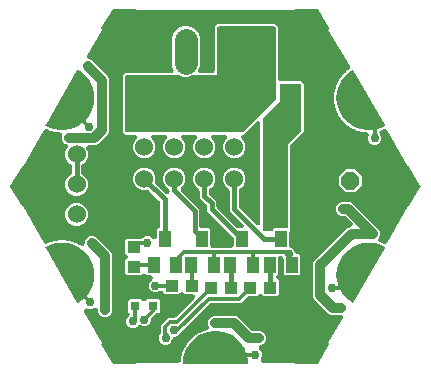
<source format=gbr>
G04 EAGLE Gerber RS-274X export*
G75*
%MOMM*%
%FSLAX34Y34*%
%LPD*%
%INTop Copper*%
%IPPOS*%
%AMOC8*
5,1,8,0,0,1.08239X$1,22.5*%
G01*
%ADD10R,0.800000X0.800000*%
%ADD11P,1.649562X8X112.500000*%
%ADD12R,1.000000X1.100000*%
%ADD13C,1.524000*%
%ADD14R,1.000000X1.400000*%
%ADD15R,1.100000X1.000000*%
%ADD16C,1.000000*%
%ADD17C,1.981200*%
%ADD18C,0.756400*%
%ADD19C,0.812800*%
%ADD20C,0.304800*%
%ADD21C,0.406400*%
%ADD22C,0.254000*%

G36*
X-67572Y319D02*
X-67572Y319D01*
X-67544Y316D01*
X-67476Y339D01*
X-67405Y353D01*
X-67382Y369D01*
X-67355Y378D01*
X-67300Y425D01*
X-67241Y465D01*
X-67226Y489D01*
X-67205Y508D01*
X-67173Y572D01*
X-67134Y633D01*
X-67129Y661D01*
X-67117Y686D01*
X-67108Y788D01*
X-67101Y829D01*
X-67103Y839D01*
X-67102Y852D01*
X-67159Y1567D01*
X-31241Y1567D01*
X-31098Y1581D01*
X-30955Y1587D01*
X-30898Y1601D01*
X-30840Y1607D01*
X-30703Y1649D01*
X-30564Y1683D01*
X-30511Y1708D01*
X-30455Y1725D01*
X-30329Y1794D01*
X-30199Y1854D01*
X-30152Y1889D01*
X-30101Y1917D01*
X-29991Y2009D01*
X-29876Y2094D01*
X-29837Y2137D01*
X-29792Y2175D01*
X-29702Y2286D01*
X-29606Y2393D01*
X-29576Y2443D01*
X-29539Y2489D01*
X-29474Y2616D01*
X-29400Y2739D01*
X-29381Y2794D01*
X-29354Y2846D01*
X-29314Y2984D01*
X-29267Y3119D01*
X-29256Y3185D01*
X-29243Y3233D01*
X-29236Y3315D01*
X-29215Y3447D01*
X-29207Y3560D01*
X-29208Y3637D01*
X-29201Y3713D01*
X-29213Y3838D01*
X-29216Y3963D01*
X-29233Y4037D01*
X-29241Y4114D01*
X-29278Y4234D01*
X-29291Y4291D01*
X-29118Y5048D01*
X-29110Y5114D01*
X-29073Y5348D01*
X-29015Y6114D01*
X-29007Y6123D01*
X-28949Y6234D01*
X-28882Y6340D01*
X-28855Y6411D01*
X-28819Y6479D01*
X-28770Y6634D01*
X-28739Y6716D01*
X-28733Y6752D01*
X-28719Y6795D01*
X-28471Y7883D01*
X-28461Y7959D01*
X-28442Y8033D01*
X-28436Y8158D01*
X-28421Y8282D01*
X-28426Y8359D01*
X-28422Y8435D01*
X-28441Y8559D01*
X-28445Y8617D01*
X-28161Y9340D01*
X-28143Y9405D01*
X-28072Y9630D01*
X-27901Y10379D01*
X-27892Y10387D01*
X-27817Y10488D01*
X-27736Y10583D01*
X-27698Y10649D01*
X-27653Y10711D01*
X-27581Y10857D01*
X-27538Y10933D01*
X-27527Y10968D01*
X-27507Y11009D01*
X-27099Y12047D01*
X-27078Y12121D01*
X-27049Y12191D01*
X-27024Y12314D01*
X-26990Y12435D01*
X-26984Y12511D01*
X-26969Y12586D01*
X-26969Y12711D01*
X-26964Y12770D01*
X-26576Y13442D01*
X-26548Y13504D01*
X-26444Y13716D01*
X-26164Y14431D01*
X-26153Y14437D01*
X-26065Y14526D01*
X-25970Y14607D01*
X-25923Y14668D01*
X-25868Y14722D01*
X-25776Y14856D01*
X-25722Y14925D01*
X-25706Y14957D01*
X-25680Y14995D01*
X-25122Y15961D01*
X-25090Y16030D01*
X-25051Y16096D01*
X-25008Y16213D01*
X-24956Y16327D01*
X-24939Y16402D01*
X-24913Y16474D01*
X-24894Y16598D01*
X-24881Y16655D01*
X-24397Y17262D01*
X-24360Y17319D01*
X-24226Y17513D01*
X-23842Y18178D01*
X-23831Y18183D01*
X-23730Y18257D01*
X-23624Y18324D01*
X-23568Y18377D01*
X-23506Y18422D01*
X-23395Y18541D01*
X-23331Y18601D01*
X-23311Y18630D01*
X-23279Y18664D01*
X-22584Y19536D01*
X-22542Y19600D01*
X-22493Y19658D01*
X-22433Y19768D01*
X-22365Y19874D01*
X-22337Y19945D01*
X-22300Y20012D01*
X-22263Y20132D01*
X-22242Y20186D01*
X-21672Y20715D01*
X-21628Y20765D01*
X-21466Y20937D01*
X-20987Y21537D01*
X-20975Y21541D01*
X-20865Y21599D01*
X-20750Y21649D01*
X-20687Y21693D01*
X-20619Y21729D01*
X-20491Y21829D01*
X-20419Y21879D01*
X-20395Y21905D01*
X-20358Y21934D01*
X-19541Y22692D01*
X-19490Y22750D01*
X-19433Y22800D01*
X-19357Y22900D01*
X-19274Y22994D01*
X-19236Y23060D01*
X-19190Y23121D01*
X-19135Y23234D01*
X-19106Y23285D01*
X-18464Y23722D01*
X-18412Y23766D01*
X-18227Y23912D01*
X-17664Y24434D01*
X-17652Y24436D01*
X-17534Y24477D01*
X-17412Y24509D01*
X-17344Y24543D01*
X-17272Y24568D01*
X-17130Y24649D01*
X-17051Y24688D01*
X-17023Y24709D01*
X-16983Y24732D01*
X-16062Y25360D01*
X-16003Y25410D01*
X-15939Y25451D01*
X-15849Y25539D01*
X-15753Y25619D01*
X-15705Y25679D01*
X-15650Y25732D01*
X-15580Y25836D01*
X-15543Y25881D01*
X-14843Y26218D01*
X-14786Y26253D01*
X-14580Y26370D01*
X-13946Y26803D01*
X-13934Y26803D01*
X-13811Y26826D01*
X-13686Y26840D01*
X-13613Y26863D01*
X-13538Y26877D01*
X-13386Y26936D01*
X-13303Y26962D01*
X-13271Y26980D01*
X-13228Y26996D01*
X-12223Y27480D01*
X-12158Y27520D01*
X-12088Y27552D01*
X-11987Y27624D01*
X-11880Y27690D01*
X-11824Y27742D01*
X-11762Y27787D01*
X-11676Y27878D01*
X-11633Y27918D01*
X-10891Y28147D01*
X-10829Y28173D01*
X-10608Y28258D01*
X-9917Y28591D01*
X-9905Y28589D01*
X-9779Y28594D01*
X-9654Y28589D01*
X-9579Y28601D01*
X-9502Y28604D01*
X-9343Y28639D01*
X-9257Y28653D01*
X-9223Y28665D01*
X-9178Y28675D01*
X-8112Y29004D01*
X-8042Y29034D01*
X-7968Y29055D01*
X-7857Y29112D01*
X-7741Y29160D01*
X-7678Y29203D01*
X-7610Y29238D01*
X-7512Y29316D01*
X-7463Y29349D01*
X-6914Y29432D01*
X-6853Y29447D01*
X-6790Y29455D01*
X-6658Y29497D01*
X-6524Y29531D01*
X-6467Y29558D01*
X-6407Y29578D01*
X-6286Y29645D01*
X-6161Y29705D01*
X-6111Y29743D01*
X-6055Y29774D01*
X-5950Y29864D01*
X-5839Y29948D01*
X-5797Y29995D01*
X-5749Y30036D01*
X-5664Y30145D01*
X-5572Y30249D01*
X-5540Y30303D01*
X-5501Y30353D01*
X-5439Y30476D01*
X-5369Y30596D01*
X-5349Y30656D01*
X-5320Y30713D01*
X-5284Y30846D01*
X-5239Y30977D01*
X-5231Y31040D01*
X-5214Y31101D01*
X-5205Y31239D01*
X-5187Y31377D01*
X-5191Y31440D01*
X-5187Y31503D01*
X-5205Y31640D01*
X-5214Y31778D01*
X-5231Y31839D01*
X-5239Y31902D01*
X-5298Y32085D01*
X-5320Y32167D01*
X-5331Y32189D01*
X-5340Y32218D01*
X-5970Y33738D01*
X-5970Y36113D01*
X-5061Y38307D01*
X-3382Y39986D01*
X-1188Y40895D01*
X17063Y40895D01*
X19257Y39986D01*
X30453Y28790D01*
X30474Y28773D01*
X30491Y28752D01*
X30629Y28645D01*
X30764Y28535D01*
X30788Y28522D01*
X30809Y28506D01*
X30966Y28428D01*
X31120Y28346D01*
X31146Y28338D01*
X31170Y28326D01*
X31339Y28281D01*
X31506Y28231D01*
X31533Y28229D01*
X31558Y28222D01*
X31889Y28195D01*
X37700Y28195D01*
X39894Y27286D01*
X41573Y25607D01*
X42482Y23413D01*
X42482Y21037D01*
X41573Y18843D01*
X39894Y17164D01*
X37789Y16292D01*
X37777Y16286D01*
X37764Y16282D01*
X37600Y16191D01*
X37434Y16102D01*
X37424Y16093D01*
X37412Y16087D01*
X37269Y15965D01*
X37124Y15846D01*
X37115Y15835D01*
X37105Y15826D01*
X36988Y15679D01*
X36870Y15533D01*
X36864Y15521D01*
X36855Y15511D01*
X36770Y15343D01*
X36683Y15176D01*
X36679Y15164D01*
X36673Y15152D01*
X36622Y14970D01*
X36570Y14790D01*
X36569Y14777D01*
X36565Y14764D01*
X36551Y14573D01*
X36535Y14389D01*
X36537Y14376D01*
X36536Y14362D01*
X36559Y14174D01*
X36580Y13989D01*
X36584Y13976D01*
X36586Y13963D01*
X36646Y13784D01*
X36703Y13605D01*
X36710Y13594D01*
X36714Y13581D01*
X36808Y13418D01*
X36900Y13254D01*
X36909Y13244D01*
X36915Y13232D01*
X37130Y12979D01*
X38704Y11405D01*
X39570Y9315D01*
X39570Y7052D01*
X38691Y4931D01*
X38645Y4873D01*
X38522Y4723D01*
X38518Y4715D01*
X38512Y4708D01*
X38424Y4540D01*
X38333Y4368D01*
X38331Y4359D01*
X38327Y4351D01*
X38274Y4168D01*
X38218Y3982D01*
X38218Y3973D01*
X38215Y3964D01*
X38199Y3773D01*
X38182Y3581D01*
X38183Y3572D01*
X38182Y3563D01*
X38204Y3374D01*
X38225Y3181D01*
X38228Y3172D01*
X38229Y3163D01*
X38289Y2980D01*
X38347Y2797D01*
X38351Y2789D01*
X38354Y2780D01*
X38449Y2611D01*
X38542Y2444D01*
X38547Y2438D01*
X38552Y2430D01*
X38678Y2284D01*
X38802Y2137D01*
X38809Y2132D01*
X38815Y2125D01*
X38967Y2007D01*
X39118Y1888D01*
X39126Y1884D01*
X39133Y1878D01*
X39307Y1792D01*
X39477Y1705D01*
X39486Y1703D01*
X39494Y1699D01*
X39681Y1649D01*
X39865Y1597D01*
X39874Y1597D01*
X39882Y1594D01*
X40213Y1567D01*
X67159Y1567D01*
X67102Y852D01*
X67106Y824D01*
X67101Y796D01*
X67118Y726D01*
X67126Y655D01*
X67141Y630D01*
X67147Y603D01*
X67190Y545D01*
X67226Y482D01*
X67248Y465D01*
X67265Y442D01*
X67327Y406D01*
X67384Y362D01*
X67412Y355D01*
X67436Y341D01*
X67536Y324D01*
X67577Y314D01*
X67587Y315D01*
X67600Y313D01*
X86600Y313D01*
X86676Y329D01*
X86754Y337D01*
X86773Y348D01*
X86795Y353D01*
X86859Y397D01*
X86927Y435D01*
X86943Y454D01*
X86959Y465D01*
X86983Y503D01*
X87033Y563D01*
X96533Y17063D01*
X96542Y17091D01*
X96558Y17114D01*
X96573Y17184D01*
X96596Y17252D01*
X96593Y17281D01*
X96599Y17309D01*
X96586Y17379D01*
X96580Y17450D01*
X96567Y17476D01*
X96561Y17504D01*
X96521Y17563D01*
X96488Y17627D01*
X96466Y17645D01*
X96450Y17669D01*
X96367Y17726D01*
X96335Y17753D01*
X96324Y17756D01*
X96314Y17764D01*
X95686Y18061D01*
X107774Y38997D01*
X107834Y39130D01*
X107901Y39260D01*
X107917Y39313D01*
X107939Y39364D01*
X107972Y39506D01*
X108013Y39647D01*
X108017Y39702D01*
X108030Y39756D01*
X108034Y39902D01*
X108045Y40048D01*
X108039Y40103D01*
X108041Y40159D01*
X108016Y40303D01*
X107999Y40448D01*
X107981Y40501D01*
X107972Y40555D01*
X107919Y40692D01*
X107874Y40831D01*
X107846Y40879D01*
X107826Y40931D01*
X107748Y41054D01*
X107676Y41181D01*
X107640Y41223D01*
X107610Y41270D01*
X107508Y41376D01*
X107413Y41486D01*
X107369Y41520D01*
X107330Y41560D01*
X107210Y41643D01*
X107095Y41733D01*
X107045Y41758D01*
X106999Y41789D01*
X106865Y41847D01*
X106734Y41912D01*
X106680Y41927D01*
X106629Y41948D01*
X106487Y41979D01*
X106345Y42017D01*
X106282Y42022D01*
X106236Y42032D01*
X106152Y42033D01*
X106015Y42044D01*
X98436Y42044D01*
X96242Y42953D01*
X83640Y55555D01*
X82732Y57749D01*
X82732Y85126D01*
X83640Y87320D01*
X112189Y115869D01*
X114416Y116791D01*
X114481Y116798D01*
X114673Y116817D01*
X114681Y116820D01*
X114690Y116821D01*
X114872Y116879D01*
X115057Y116935D01*
X115065Y116940D01*
X115074Y116942D01*
X115242Y117035D01*
X115411Y117127D01*
X115418Y117133D01*
X115426Y117137D01*
X115573Y117262D01*
X115721Y117385D01*
X115726Y117392D01*
X115733Y117398D01*
X115852Y117548D01*
X115973Y117699D01*
X115977Y117707D01*
X115983Y117714D01*
X116070Y117886D01*
X116159Y118056D01*
X116161Y118065D01*
X116165Y118073D01*
X116217Y118259D01*
X116270Y118443D01*
X116271Y118452D01*
X116273Y118460D01*
X116287Y118653D01*
X116303Y118844D01*
X116302Y118853D01*
X116302Y118862D01*
X116278Y119055D01*
X116256Y119244D01*
X116253Y119252D01*
X116252Y119261D01*
X116191Y119443D01*
X116131Y119627D01*
X116127Y119635D01*
X116124Y119643D01*
X116028Y119810D01*
X115933Y119977D01*
X115927Y119984D01*
X115923Y119992D01*
X115708Y120245D01*
X110755Y125198D01*
X110735Y125215D01*
X110717Y125235D01*
X110580Y125342D01*
X110444Y125453D01*
X110420Y125466D01*
X110399Y125482D01*
X110242Y125560D01*
X110088Y125642D01*
X110063Y125649D01*
X110038Y125661D01*
X109869Y125707D01*
X109702Y125756D01*
X109676Y125759D01*
X109650Y125766D01*
X109319Y125793D01*
X106762Y125793D01*
X104568Y126702D01*
X102889Y128381D01*
X101980Y130575D01*
X101980Y132950D01*
X102889Y135144D01*
X104568Y136823D01*
X106762Y137732D01*
X113821Y137732D01*
X116015Y136823D01*
X138708Y114130D01*
X139617Y111936D01*
X139617Y109561D01*
X138708Y107367D01*
X138504Y107163D01*
X138409Y107048D01*
X138308Y106937D01*
X138282Y106892D01*
X138249Y106852D01*
X138179Y106720D01*
X138102Y106591D01*
X138084Y106542D01*
X138060Y106496D01*
X138017Y106353D01*
X137968Y106212D01*
X137960Y106160D01*
X137945Y106110D01*
X137932Y105961D01*
X137911Y105813D01*
X137914Y105761D01*
X137909Y105709D01*
X137925Y105560D01*
X137933Y105411D01*
X137947Y105361D01*
X137952Y105309D01*
X137997Y105166D01*
X138035Y105022D01*
X138058Y104975D01*
X138074Y104925D01*
X138146Y104794D01*
X138212Y104660D01*
X138243Y104618D01*
X138269Y104573D01*
X138365Y104459D01*
X138456Y104340D01*
X138495Y104306D01*
X138529Y104266D01*
X138646Y104173D01*
X138759Y104074D01*
X138804Y104049D01*
X138845Y104016D01*
X138978Y103948D01*
X139108Y103874D01*
X139157Y103857D01*
X139204Y103834D01*
X139348Y103794D01*
X139490Y103746D01*
X139539Y103740D01*
X140505Y103275D01*
X140568Y103252D01*
X140788Y103164D01*
X141522Y102938D01*
X141529Y102929D01*
X141624Y102847D01*
X141713Y102758D01*
X141776Y102716D01*
X141834Y102666D01*
X141975Y102583D01*
X142048Y102535D01*
X142080Y102521D01*
X142120Y102498D01*
X142234Y102443D01*
X142368Y102394D01*
X142500Y102338D01*
X142557Y102326D01*
X142612Y102306D01*
X142753Y102284D01*
X142894Y102255D01*
X142952Y102254D01*
X143010Y102245D01*
X143153Y102252D01*
X143296Y102251D01*
X143354Y102262D01*
X143412Y102264D01*
X143551Y102299D01*
X143692Y102326D01*
X143746Y102348D01*
X143803Y102362D01*
X143932Y102424D01*
X144065Y102478D01*
X144113Y102511D01*
X144166Y102536D01*
X144281Y102622D01*
X144400Y102701D01*
X144441Y102742D01*
X144488Y102777D01*
X144584Y102884D01*
X144685Y102985D01*
X144723Y103040D01*
X144756Y103077D01*
X144798Y103149D01*
X144874Y103258D01*
X162808Y134322D01*
X163416Y133902D01*
X163443Y133890D01*
X163465Y133872D01*
X163534Y133852D01*
X163599Y133824D01*
X163628Y133823D01*
X163656Y133815D01*
X163727Y133823D01*
X163798Y133823D01*
X163825Y133834D01*
X163854Y133837D01*
X163916Y133873D01*
X163981Y133900D01*
X164002Y133921D01*
X164027Y133935D01*
X164090Y134012D01*
X164120Y134043D01*
X164124Y134053D01*
X164133Y134063D01*
X173633Y150563D01*
X173643Y150595D01*
X173652Y150608D01*
X173656Y150633D01*
X173657Y150636D01*
X173688Y150707D01*
X173688Y150730D01*
X173696Y150752D01*
X173690Y150829D01*
X173691Y150906D01*
X173681Y150930D01*
X173680Y150950D01*
X173659Y150990D01*
X173633Y151062D01*
X164133Y167562D01*
X164114Y167583D01*
X164101Y167610D01*
X164048Y167657D01*
X164001Y167711D01*
X163975Y167723D01*
X163954Y167743D01*
X163886Y167766D01*
X163822Y167797D01*
X163793Y167798D01*
X163766Y167807D01*
X163694Y167803D01*
X163623Y167806D01*
X163596Y167796D01*
X163567Y167794D01*
X163477Y167751D01*
X163437Y167737D01*
X163429Y167729D01*
X163416Y167723D01*
X162808Y167303D01*
X144874Y198367D01*
X144790Y198483D01*
X144714Y198604D01*
X144673Y198646D01*
X144639Y198694D01*
X144534Y198791D01*
X144435Y198895D01*
X144387Y198928D01*
X144344Y198968D01*
X144222Y199043D01*
X144105Y199125D01*
X144051Y199148D01*
X144001Y199179D01*
X143867Y199228D01*
X143736Y199285D01*
X143678Y199298D01*
X143623Y199318D01*
X143482Y199340D01*
X143342Y199370D01*
X143283Y199371D01*
X143225Y199379D01*
X143083Y199373D01*
X142939Y199375D01*
X142882Y199364D01*
X142823Y199361D01*
X142685Y199327D01*
X142544Y199301D01*
X142481Y199277D01*
X142432Y199265D01*
X142358Y199229D01*
X142234Y199182D01*
X142120Y199127D01*
X142055Y199087D01*
X141985Y199056D01*
X141884Y198983D01*
X141777Y198917D01*
X141720Y198865D01*
X141658Y198821D01*
X141573Y198729D01*
X141530Y198689D01*
X140788Y198461D01*
X140726Y198435D01*
X140505Y198350D01*
X140029Y198120D01*
X139893Y198038D01*
X139755Y197962D01*
X139722Y197933D01*
X139685Y197911D01*
X139569Y197803D01*
X139448Y197701D01*
X139421Y197667D01*
X139389Y197637D01*
X139297Y197509D01*
X139198Y197385D01*
X139179Y197346D01*
X139153Y197311D01*
X139088Y197167D01*
X139016Y197026D01*
X139004Y196984D01*
X138986Y196945D01*
X138951Y196791D01*
X138908Y196638D01*
X138905Y196595D01*
X138895Y196553D01*
X138890Y196395D01*
X138879Y196237D01*
X138884Y196194D01*
X138883Y196150D01*
X138909Y195994D01*
X138929Y195837D01*
X138943Y195796D01*
X138950Y195753D01*
X139007Y195605D01*
X139057Y195456D01*
X139079Y195418D01*
X139095Y195377D01*
X139180Y195244D01*
X139258Y195107D01*
X139290Y195070D01*
X139310Y195037D01*
X139371Y194974D01*
X139473Y194854D01*
X139650Y194676D01*
X140516Y192586D01*
X140516Y190323D01*
X139650Y188233D01*
X138050Y186633D01*
X135960Y185767D01*
X133697Y185767D01*
X131607Y186633D01*
X130007Y188233D01*
X129141Y190323D01*
X129141Y192586D01*
X129576Y193635D01*
X129594Y193695D01*
X129620Y193752D01*
X129652Y193888D01*
X129692Y194021D01*
X129698Y194083D01*
X129712Y194144D01*
X129717Y194283D01*
X129730Y194421D01*
X129724Y194484D01*
X129726Y194547D01*
X129703Y194684D01*
X129689Y194822D01*
X129670Y194882D01*
X129660Y194944D01*
X129610Y195073D01*
X129569Y195206D01*
X129539Y195261D01*
X129516Y195320D01*
X129442Y195437D01*
X129375Y195559D01*
X129335Y195608D01*
X129302Y195661D01*
X129206Y195761D01*
X129116Y195868D01*
X129067Y195907D01*
X129024Y195952D01*
X128910Y196032D01*
X128802Y196119D01*
X128746Y196147D01*
X128694Y196183D01*
X128567Y196239D01*
X128443Y196303D01*
X128383Y196320D01*
X128325Y196345D01*
X128137Y196389D01*
X128056Y196412D01*
X128032Y196414D01*
X128003Y196421D01*
X127842Y196445D01*
X127775Y196449D01*
X127539Y196468D01*
X126771Y196468D01*
X126761Y196475D01*
X126647Y196526D01*
X126536Y196584D01*
X126462Y196606D01*
X126392Y196637D01*
X126234Y196674D01*
X126150Y196699D01*
X126114Y196702D01*
X126070Y196713D01*
X124965Y196880D01*
X124888Y196884D01*
X124813Y196897D01*
X124687Y196894D01*
X124562Y196900D01*
X124487Y196889D01*
X124410Y196887D01*
X124288Y196859D01*
X124230Y196851D01*
X123488Y197080D01*
X123422Y197093D01*
X123192Y197148D01*
X122433Y197262D01*
X122424Y197271D01*
X122318Y197337D01*
X122217Y197412D01*
X122148Y197445D01*
X122083Y197485D01*
X121932Y197546D01*
X121853Y197583D01*
X121818Y197592D01*
X121775Y197609D01*
X120707Y197939D01*
X120632Y197954D01*
X120560Y197978D01*
X120436Y197994D01*
X120313Y198019D01*
X120236Y198019D01*
X120160Y198028D01*
X120036Y198019D01*
X119977Y198019D01*
X119277Y198357D01*
X119213Y198380D01*
X118995Y198468D01*
X118261Y198694D01*
X118253Y198704D01*
X118159Y198786D01*
X118070Y198874D01*
X118007Y198917D01*
X117949Y198967D01*
X117808Y199049D01*
X117735Y199098D01*
X117702Y199112D01*
X117663Y199135D01*
X116656Y199620D01*
X116584Y199646D01*
X116516Y199681D01*
X116395Y199715D01*
X116277Y199758D01*
X116202Y199770D01*
X116128Y199790D01*
X116003Y199800D01*
X115945Y199809D01*
X115304Y200246D01*
X115245Y200279D01*
X115178Y200318D01*
X115177Y200319D01*
X115174Y200320D01*
X115041Y200398D01*
X114349Y200732D01*
X114343Y200742D01*
X114262Y200837D01*
X114188Y200938D01*
X114131Y200990D01*
X114081Y201048D01*
X113954Y201151D01*
X113890Y201209D01*
X113859Y201228D01*
X113823Y201257D01*
X112900Y201887D01*
X112833Y201923D01*
X112771Y201968D01*
X112656Y202019D01*
X112546Y202079D01*
X112473Y202102D01*
X112404Y202134D01*
X112282Y202162D01*
X112226Y202179D01*
X111656Y202708D01*
X111603Y202748D01*
X111419Y202897D01*
X110785Y203330D01*
X110781Y203341D01*
X110714Y203447D01*
X110656Y203558D01*
X110607Y203617D01*
X110567Y203682D01*
X110457Y203802D01*
X110402Y203870D01*
X110374Y203893D01*
X110343Y203927D01*
X109524Y204688D01*
X109463Y204734D01*
X109408Y204787D01*
X109303Y204855D01*
X109203Y204931D01*
X109134Y204964D01*
X109070Y205006D01*
X108953Y205052D01*
X108901Y205077D01*
X108417Y205685D01*
X108370Y205733D01*
X108210Y205907D01*
X107647Y206430D01*
X107645Y206442D01*
X107595Y206557D01*
X107554Y206675D01*
X107515Y206741D01*
X107484Y206811D01*
X107393Y206946D01*
X107349Y207022D01*
X107325Y207048D01*
X107299Y207086D01*
X106603Y207960D01*
X106549Y208015D01*
X106503Y208076D01*
X106409Y208159D01*
X106322Y208249D01*
X106259Y208292D01*
X106201Y208343D01*
X106093Y208405D01*
X106045Y208439D01*
X105657Y209111D01*
X105618Y209165D01*
X105486Y209362D01*
X105007Y209963D01*
X105006Y209975D01*
X104974Y210096D01*
X104951Y210219D01*
X104922Y210290D01*
X104903Y210364D01*
X104833Y210512D01*
X104800Y210592D01*
X104781Y210622D01*
X104761Y210664D01*
X104202Y211632D01*
X104158Y211694D01*
X104121Y211762D01*
X104040Y211858D01*
X103968Y211959D01*
X103912Y212011D01*
X103862Y212070D01*
X103764Y212148D01*
X103722Y212188D01*
X103438Y212911D01*
X103408Y212971D01*
X103307Y213185D01*
X102923Y213850D01*
X102924Y213862D01*
X102910Y213987D01*
X102906Y214112D01*
X102888Y214186D01*
X102879Y214262D01*
X102832Y214419D01*
X102812Y214503D01*
X102797Y214536D01*
X102784Y214580D01*
X102376Y215620D01*
X102363Y215647D01*
X102356Y215667D01*
X102336Y215701D01*
X102315Y215761D01*
X102250Y215868D01*
X102193Y215979D01*
X102145Y216039D01*
X102105Y216104D01*
X102020Y216196D01*
X101984Y216242D01*
X101811Y216999D01*
X101789Y217063D01*
X101722Y217289D01*
X101441Y218004D01*
X101444Y218016D01*
X101449Y218141D01*
X101463Y218266D01*
X101457Y218342D01*
X101460Y218418D01*
X101437Y218580D01*
X101429Y218667D01*
X101419Y218701D01*
X101413Y218747D01*
X101164Y219837D01*
X101140Y219909D01*
X101125Y219984D01*
X101076Y220100D01*
X101036Y220218D01*
X100998Y220285D01*
X100969Y220355D01*
X100898Y220459D01*
X100869Y220510D01*
X100811Y221284D01*
X100799Y221350D01*
X100766Y221584D01*
X100595Y222333D01*
X100600Y222344D01*
X100623Y222467D01*
X100656Y222588D01*
X100661Y222665D01*
X100675Y222740D01*
X100677Y222903D01*
X100682Y222990D01*
X100677Y223026D01*
X100678Y223072D01*
X100595Y224186D01*
X100581Y224262D01*
X100578Y224338D01*
X100547Y224459D01*
X100525Y224583D01*
X100497Y224654D01*
X100478Y224728D01*
X100424Y224841D01*
X100403Y224896D01*
X100461Y225670D01*
X100460Y225738D01*
X100461Y225974D01*
X100404Y226740D01*
X100410Y226750D01*
X100452Y226868D01*
X100502Y226983D01*
X100518Y227058D01*
X100544Y227130D01*
X100569Y227291D01*
X100588Y227376D01*
X100588Y227412D01*
X100596Y227458D01*
X100680Y228572D01*
X100678Y228649D01*
X100685Y228725D01*
X100673Y228849D01*
X100670Y228975D01*
X100653Y229049D01*
X100645Y229125D01*
X100609Y229245D01*
X100596Y229302D01*
X100769Y230059D01*
X100777Y230126D01*
X100814Y230360D01*
X100872Y231125D01*
X100879Y231135D01*
X100938Y231245D01*
X101005Y231351D01*
X101032Y231423D01*
X101068Y231490D01*
X101117Y231646D01*
X101148Y231728D01*
X101154Y231763D01*
X101168Y231807D01*
X101417Y232896D01*
X101427Y232972D01*
X101446Y233046D01*
X101452Y233171D01*
X101468Y233296D01*
X101462Y233372D01*
X101466Y233449D01*
X101447Y233573D01*
X101443Y233631D01*
X101727Y234354D01*
X101745Y234419D01*
X101817Y234644D01*
X101988Y235392D01*
X101997Y235401D01*
X102071Y235501D01*
X102153Y235596D01*
X102191Y235663D01*
X102236Y235724D01*
X102308Y235871D01*
X102351Y235947D01*
X102362Y235981D01*
X102382Y236022D01*
X102791Y237062D01*
X102812Y237136D01*
X102842Y237207D01*
X102866Y237329D01*
X102900Y237450D01*
X102906Y237526D01*
X102922Y237601D01*
X102922Y237727D01*
X102926Y237785D01*
X103315Y238457D01*
X103342Y238518D01*
X103447Y238731D01*
X103727Y239446D01*
X103737Y239452D01*
X103826Y239541D01*
X103921Y239622D01*
X103968Y239683D01*
X104023Y239737D01*
X104115Y239871D01*
X104169Y239939D01*
X104185Y239971D01*
X104211Y240009D01*
X104771Y240977D01*
X104802Y241047D01*
X104842Y241112D01*
X104885Y241230D01*
X104936Y241344D01*
X104954Y241419D01*
X104980Y241490D01*
X104999Y241614D01*
X105012Y241671D01*
X105496Y242278D01*
X105533Y242335D01*
X105667Y242529D01*
X106052Y243194D01*
X106063Y243199D01*
X106163Y243273D01*
X106270Y243340D01*
X106325Y243393D01*
X106387Y243438D01*
X106499Y243557D01*
X106562Y243617D01*
X106583Y243646D01*
X106614Y243679D01*
X107311Y244553D01*
X107353Y244617D01*
X107402Y244676D01*
X107462Y244786D01*
X107530Y244891D01*
X107558Y244962D01*
X107595Y245029D01*
X107632Y245149D01*
X107653Y245204D01*
X108223Y245732D01*
X108267Y245782D01*
X108430Y245954D01*
X108908Y246554D01*
X108920Y246558D01*
X109031Y246616D01*
X109146Y246666D01*
X109209Y246710D01*
X109276Y246745D01*
X109405Y246846D01*
X109476Y246896D01*
X109501Y246922D01*
X109537Y246950D01*
X110357Y247710D01*
X110407Y247768D01*
X110465Y247818D01*
X110541Y247918D01*
X110624Y248012D01*
X110662Y248078D01*
X110708Y248139D01*
X110763Y248252D01*
X110792Y248303D01*
X111434Y248740D01*
X111486Y248783D01*
X111671Y248929D01*
X112234Y249451D01*
X112246Y249453D01*
X112365Y249494D01*
X112486Y249526D01*
X112554Y249560D01*
X112626Y249585D01*
X112769Y249666D01*
X112847Y249705D01*
X112875Y249726D01*
X112915Y249749D01*
X113003Y249809D01*
X113113Y249901D01*
X113229Y249987D01*
X113268Y250031D01*
X113312Y250068D01*
X113402Y250180D01*
X113498Y250287D01*
X113527Y250337D01*
X113563Y250382D01*
X113629Y250510D01*
X113703Y250634D01*
X113722Y250688D01*
X113748Y250740D01*
X113788Y250878D01*
X113835Y251014D01*
X113843Y251071D01*
X113859Y251127D01*
X113870Y251271D01*
X113890Y251413D01*
X113886Y251471D01*
X113891Y251528D01*
X113873Y251671D01*
X113865Y251815D01*
X113850Y251871D01*
X113843Y251928D01*
X113798Y252065D01*
X113761Y252204D01*
X113733Y252263D01*
X113717Y252310D01*
X113676Y252383D01*
X113619Y252504D01*
X95686Y283565D01*
X96314Y283861D01*
X96336Y283878D01*
X96363Y283888D01*
X96415Y283937D01*
X96473Y283980D01*
X96487Y284005D01*
X96508Y284025D01*
X96537Y284090D01*
X96573Y284152D01*
X96576Y284181D01*
X96588Y284207D01*
X96589Y284279D01*
X96598Y284349D01*
X96590Y284377D01*
X96591Y284406D01*
X96555Y284500D01*
X96544Y284541D01*
X96537Y284549D01*
X96533Y284562D01*
X87033Y301062D01*
X86981Y301120D01*
X86935Y301183D01*
X86916Y301194D01*
X86901Y301211D01*
X86831Y301244D01*
X86764Y301284D01*
X86740Y301288D01*
X86722Y301297D01*
X86677Y301299D01*
X86600Y301312D01*
X67600Y301312D01*
X67572Y301306D01*
X67544Y301309D01*
X67476Y301286D01*
X67405Y301272D01*
X67382Y301256D01*
X67355Y301247D01*
X67300Y301200D01*
X67241Y301160D01*
X67226Y301136D01*
X67205Y301117D01*
X67173Y301053D01*
X67134Y300992D01*
X67129Y300964D01*
X67117Y300939D01*
X67108Y300837D01*
X67101Y300796D01*
X67103Y300786D01*
X67102Y300773D01*
X67159Y300058D01*
X-67159Y300058D01*
X-67102Y300773D01*
X-67106Y300801D01*
X-67101Y300829D01*
X-67118Y300899D01*
X-67126Y300970D01*
X-67141Y300995D01*
X-67147Y301022D01*
X-67190Y301080D01*
X-67226Y301143D01*
X-67248Y301160D01*
X-67265Y301183D01*
X-67327Y301219D01*
X-67384Y301263D01*
X-67412Y301270D01*
X-67436Y301284D01*
X-67536Y301301D01*
X-67577Y301311D01*
X-67587Y301310D01*
X-67600Y301312D01*
X-86600Y301312D01*
X-86676Y301296D01*
X-86754Y301288D01*
X-86773Y301277D01*
X-86795Y301272D01*
X-86859Y301228D01*
X-86927Y301190D01*
X-86943Y301171D01*
X-86959Y301160D01*
X-86983Y301122D01*
X-87033Y301062D01*
X-96533Y284562D01*
X-96542Y284534D01*
X-96558Y284511D01*
X-96573Y284441D01*
X-96596Y284373D01*
X-96593Y284345D01*
X-96599Y284316D01*
X-96586Y284246D01*
X-96580Y284175D01*
X-96567Y284149D01*
X-96561Y284121D01*
X-96521Y284062D01*
X-96488Y283998D01*
X-96466Y283980D01*
X-96450Y283956D01*
X-96367Y283899D01*
X-96335Y283872D01*
X-96324Y283869D01*
X-96314Y283861D01*
X-95686Y283565D01*
X-108466Y261429D01*
X-108526Y261296D01*
X-108593Y261166D01*
X-108609Y261113D01*
X-108632Y261062D01*
X-108664Y260920D01*
X-108705Y260779D01*
X-108709Y260724D01*
X-108722Y260670D01*
X-108726Y260524D01*
X-108738Y260378D01*
X-108731Y260323D01*
X-108733Y260267D01*
X-108708Y260123D01*
X-108691Y259978D01*
X-108674Y259925D01*
X-108664Y259871D01*
X-108611Y259735D01*
X-108566Y259595D01*
X-108539Y259547D01*
X-108519Y259495D01*
X-108440Y259372D01*
X-108368Y259245D01*
X-108332Y259203D01*
X-108302Y259156D01*
X-108200Y259050D01*
X-108105Y258940D01*
X-108061Y258906D01*
X-108023Y258866D01*
X-107902Y258783D01*
X-107787Y258693D01*
X-107737Y258668D01*
X-107691Y258637D01*
X-107557Y258579D01*
X-107426Y258514D01*
X-107373Y258499D01*
X-107322Y258478D01*
X-107179Y258447D01*
X-107037Y258409D01*
X-106974Y258404D01*
X-106928Y258394D01*
X-106844Y258393D01*
X-106776Y258388D01*
X-104568Y257473D01*
X-90747Y243652D01*
X-89838Y241458D01*
X-89838Y197189D01*
X-90747Y194995D01*
X-92712Y193031D01*
X-92712Y193030D01*
X-97382Y188360D01*
X-97383Y188360D01*
X-99347Y186395D01*
X-101541Y185486D01*
X-107308Y185486D01*
X-107322Y185485D01*
X-107335Y185486D01*
X-107521Y185465D01*
X-107709Y185446D01*
X-107722Y185442D01*
X-107735Y185441D01*
X-107914Y185383D01*
X-108094Y185328D01*
X-108105Y185322D01*
X-108118Y185318D01*
X-108283Y185226D01*
X-108448Y185136D01*
X-108458Y185128D01*
X-108470Y185121D01*
X-108612Y184999D01*
X-108757Y184879D01*
X-108765Y184868D01*
X-108776Y184860D01*
X-108891Y184712D01*
X-109009Y184565D01*
X-109016Y184553D01*
X-109024Y184543D01*
X-109108Y184374D01*
X-109195Y184208D01*
X-109199Y184195D01*
X-109205Y184183D01*
X-109254Y184002D01*
X-109306Y183821D01*
X-109307Y183807D01*
X-109311Y183794D01*
X-109324Y183606D01*
X-109339Y183419D01*
X-109338Y183406D01*
X-109339Y183393D01*
X-109314Y183205D01*
X-109292Y183020D01*
X-109288Y183007D01*
X-109286Y182994D01*
X-109185Y182678D01*
X-107949Y179695D01*
X-107949Y175905D01*
X-109399Y172404D01*
X-112079Y169724D01*
X-112283Y169640D01*
X-112303Y169629D01*
X-112324Y169622D01*
X-112480Y169534D01*
X-112638Y169450D01*
X-112655Y169435D01*
X-112675Y169425D01*
X-112810Y169308D01*
X-112949Y169193D01*
X-112963Y169176D01*
X-112980Y169161D01*
X-113089Y169020D01*
X-113202Y168881D01*
X-113213Y168861D01*
X-113226Y168843D01*
X-113306Y168682D01*
X-113389Y168524D01*
X-113396Y168503D01*
X-113406Y168483D01*
X-113452Y168309D01*
X-113502Y168138D01*
X-113504Y168116D01*
X-113510Y168094D01*
X-113537Y167763D01*
X-113537Y162437D01*
X-113535Y162414D01*
X-113537Y162392D01*
X-113515Y162215D01*
X-113497Y162036D01*
X-113491Y162015D01*
X-113488Y161993D01*
X-113432Y161823D01*
X-113379Y161651D01*
X-113369Y161631D01*
X-113362Y161610D01*
X-113273Y161455D01*
X-113187Y161297D01*
X-113173Y161280D01*
X-113162Y161261D01*
X-113044Y161125D01*
X-112930Y160988D01*
X-112912Y160974D01*
X-112898Y160957D01*
X-112756Y160848D01*
X-112616Y160736D01*
X-112596Y160725D01*
X-112578Y160712D01*
X-112283Y160560D01*
X-112079Y160476D01*
X-109399Y157796D01*
X-107949Y154295D01*
X-107949Y150505D01*
X-109399Y147004D01*
X-112079Y144324D01*
X-113836Y143597D01*
X-115580Y142874D01*
X-119370Y142874D01*
X-122871Y144324D01*
X-125551Y147004D01*
X-127001Y150505D01*
X-127001Y154295D01*
X-125551Y157796D01*
X-122871Y160476D01*
X-122667Y160560D01*
X-122647Y160571D01*
X-122626Y160578D01*
X-122470Y160666D01*
X-122312Y160750D01*
X-122295Y160765D01*
X-122275Y160775D01*
X-122140Y160892D01*
X-122001Y161007D01*
X-121987Y161024D01*
X-121970Y161039D01*
X-121861Y161180D01*
X-121748Y161319D01*
X-121737Y161339D01*
X-121724Y161357D01*
X-121644Y161518D01*
X-121561Y161676D01*
X-121554Y161697D01*
X-121544Y161717D01*
X-121498Y161891D01*
X-121448Y162062D01*
X-121446Y162084D01*
X-121440Y162106D01*
X-121413Y162437D01*
X-121413Y167763D01*
X-121415Y167786D01*
X-121413Y167808D01*
X-121435Y167985D01*
X-121453Y168164D01*
X-121459Y168185D01*
X-121462Y168207D01*
X-121518Y168377D01*
X-121571Y168549D01*
X-121581Y168569D01*
X-121588Y168590D01*
X-121677Y168745D01*
X-121763Y168903D01*
X-121777Y168920D01*
X-121788Y168939D01*
X-121906Y169075D01*
X-122020Y169212D01*
X-122038Y169226D01*
X-122052Y169243D01*
X-122194Y169352D01*
X-122334Y169464D01*
X-122354Y169475D01*
X-122372Y169488D01*
X-122667Y169640D01*
X-122871Y169724D01*
X-125551Y172404D01*
X-127001Y175905D01*
X-127001Y179695D01*
X-125551Y183196D01*
X-125477Y183270D01*
X-125468Y183280D01*
X-125458Y183289D01*
X-125341Y183436D01*
X-125221Y183581D01*
X-125215Y183593D01*
X-125207Y183604D01*
X-125121Y183771D01*
X-125033Y183937D01*
X-125029Y183950D01*
X-125023Y183962D01*
X-124971Y184143D01*
X-124918Y184323D01*
X-124917Y184336D01*
X-124913Y184349D01*
X-124899Y184536D01*
X-124882Y184724D01*
X-124883Y184737D01*
X-124882Y184751D01*
X-124905Y184937D01*
X-124925Y185124D01*
X-124929Y185137D01*
X-124931Y185150D01*
X-124990Y185329D01*
X-125046Y185508D01*
X-125053Y185520D01*
X-125057Y185533D01*
X-125150Y185696D01*
X-125241Y185860D01*
X-125250Y185871D01*
X-125257Y185882D01*
X-125380Y186024D01*
X-125502Y186167D01*
X-125512Y186176D01*
X-125521Y186186D01*
X-125671Y186301D01*
X-125818Y186417D01*
X-125830Y186423D01*
X-125840Y186431D01*
X-126135Y186583D01*
X-127207Y187027D01*
X-128886Y188706D01*
X-129795Y190900D01*
X-129795Y193275D01*
X-129679Y193555D01*
X-129660Y193616D01*
X-129634Y193673D01*
X-129602Y193808D01*
X-129562Y193940D01*
X-129556Y194003D01*
X-129542Y194065D01*
X-129537Y194203D01*
X-129524Y194341D01*
X-129531Y194404D01*
X-129529Y194468D01*
X-129552Y194604D01*
X-129566Y194741D01*
X-129585Y194802D01*
X-129595Y194865D01*
X-129644Y194994D01*
X-129686Y195126D01*
X-129716Y195182D01*
X-129739Y195241D01*
X-129813Y195358D01*
X-129879Y195479D01*
X-129920Y195528D01*
X-129954Y195581D01*
X-130049Y195681D01*
X-130138Y195787D01*
X-130188Y195827D01*
X-130232Y195873D01*
X-130345Y195952D01*
X-130453Y196038D01*
X-130509Y196067D01*
X-130561Y196104D01*
X-130688Y196159D01*
X-130811Y196222D01*
X-130872Y196239D01*
X-130930Y196265D01*
X-131117Y196309D01*
X-131198Y196332D01*
X-131223Y196334D01*
X-131253Y196341D01*
X-131939Y196444D01*
X-132006Y196447D01*
X-132242Y196467D01*
X-133010Y196466D01*
X-133020Y196473D01*
X-133134Y196523D01*
X-133245Y196582D01*
X-133319Y196604D01*
X-133389Y196635D01*
X-133548Y196672D01*
X-133631Y196697D01*
X-133667Y196700D01*
X-133712Y196711D01*
X-134817Y196877D01*
X-134893Y196881D01*
X-134969Y196894D01*
X-135094Y196891D01*
X-135219Y196897D01*
X-135295Y196886D01*
X-135371Y196884D01*
X-135493Y196856D01*
X-135551Y196847D01*
X-136294Y197076D01*
X-136359Y197089D01*
X-136590Y197143D01*
X-137349Y197258D01*
X-137358Y197266D01*
X-137464Y197333D01*
X-137565Y197407D01*
X-137634Y197440D01*
X-137699Y197480D01*
X-137850Y197541D01*
X-137929Y197578D01*
X-137964Y197587D01*
X-138007Y197604D01*
X-139075Y197933D01*
X-139149Y197948D01*
X-139222Y197972D01*
X-139347Y197988D01*
X-139469Y198013D01*
X-139546Y198013D01*
X-139622Y198022D01*
X-139746Y198013D01*
X-139805Y198013D01*
X-140505Y198350D01*
X-140568Y198373D01*
X-140788Y198461D01*
X-141522Y198687D01*
X-141529Y198696D01*
X-141624Y198778D01*
X-141712Y198867D01*
X-141776Y198909D01*
X-141834Y198959D01*
X-141975Y199042D01*
X-142047Y199090D01*
X-142081Y199104D01*
X-142120Y199127D01*
X-142234Y199182D01*
X-142369Y199231D01*
X-142500Y199287D01*
X-142557Y199299D01*
X-142612Y199319D01*
X-142754Y199341D01*
X-142894Y199370D01*
X-142952Y199371D01*
X-143010Y199380D01*
X-143153Y199373D01*
X-143296Y199374D01*
X-143354Y199363D01*
X-143413Y199361D01*
X-143551Y199326D01*
X-143692Y199299D01*
X-143746Y199277D01*
X-143803Y199262D01*
X-143932Y199201D01*
X-144065Y199147D01*
X-144113Y199114D01*
X-144166Y199089D01*
X-144281Y199003D01*
X-144400Y198924D01*
X-144442Y198883D01*
X-144488Y198848D01*
X-144584Y198741D01*
X-144685Y198640D01*
X-144723Y198585D01*
X-144757Y198547D01*
X-144798Y198476D01*
X-144874Y198367D01*
X-162808Y167303D01*
X-163416Y167723D01*
X-163443Y167735D01*
X-163465Y167753D01*
X-163534Y167774D01*
X-163599Y167801D01*
X-163628Y167802D01*
X-163656Y167810D01*
X-163727Y167802D01*
X-163798Y167802D01*
X-163825Y167791D01*
X-163854Y167788D01*
X-163916Y167753D01*
X-163981Y167725D01*
X-164002Y167704D01*
X-164027Y167690D01*
X-164090Y167613D01*
X-164120Y167582D01*
X-164124Y167572D01*
X-164133Y167562D01*
X-173633Y151062D01*
X-173657Y150989D01*
X-173688Y150918D01*
X-173688Y150895D01*
X-173696Y150873D01*
X-173690Y150796D01*
X-173691Y150719D01*
X-173681Y150695D01*
X-173680Y150675D01*
X-173659Y150635D01*
X-173640Y150583D01*
X-173639Y150578D01*
X-173637Y150576D01*
X-173633Y150563D01*
X-164133Y134063D01*
X-164114Y134042D01*
X-164101Y134015D01*
X-164048Y133968D01*
X-164001Y133914D01*
X-163975Y133902D01*
X-163954Y133882D01*
X-163886Y133859D01*
X-163822Y133828D01*
X-163793Y133827D01*
X-163766Y133818D01*
X-163694Y133822D01*
X-163623Y133819D01*
X-163596Y133829D01*
X-163567Y133831D01*
X-163477Y133874D01*
X-163437Y133888D01*
X-163429Y133896D01*
X-163416Y133902D01*
X-162808Y134322D01*
X-144874Y103258D01*
X-144790Y103142D01*
X-144714Y103021D01*
X-144673Y102979D01*
X-144639Y102931D01*
X-144534Y102834D01*
X-144435Y102730D01*
X-144387Y102697D01*
X-144344Y102657D01*
X-144222Y102582D01*
X-144105Y102500D01*
X-144051Y102477D01*
X-144001Y102446D01*
X-143867Y102397D01*
X-143736Y102340D01*
X-143678Y102327D01*
X-143623Y102307D01*
X-143482Y102285D01*
X-143342Y102255D01*
X-143283Y102254D01*
X-143225Y102245D01*
X-143083Y102252D01*
X-142939Y102250D01*
X-142882Y102261D01*
X-142823Y102263D01*
X-142685Y102298D01*
X-142544Y102324D01*
X-142481Y102348D01*
X-142432Y102360D01*
X-142358Y102396D01*
X-142234Y102443D01*
X-142120Y102498D01*
X-142055Y102538D01*
X-141985Y102569D01*
X-141884Y102642D01*
X-141777Y102708D01*
X-141721Y102760D01*
X-141658Y102804D01*
X-141573Y102896D01*
X-141530Y102936D01*
X-140788Y103164D01*
X-140726Y103191D01*
X-140505Y103275D01*
X-139813Y103608D01*
X-139801Y103606D01*
X-139676Y103611D01*
X-139551Y103606D01*
X-139475Y103618D01*
X-139399Y103621D01*
X-139239Y103656D01*
X-139153Y103670D01*
X-139120Y103682D01*
X-139075Y103692D01*
X-138007Y104021D01*
X-137936Y104051D01*
X-137862Y104072D01*
X-137751Y104129D01*
X-137636Y104177D01*
X-137572Y104220D01*
X-137504Y104255D01*
X-137406Y104333D01*
X-137358Y104366D01*
X-136590Y104482D01*
X-136524Y104498D01*
X-136294Y104549D01*
X-135560Y104775D01*
X-135548Y104771D01*
X-135424Y104757D01*
X-135301Y104734D01*
X-135224Y104734D01*
X-135148Y104726D01*
X-134985Y104737D01*
X-134898Y104738D01*
X-134863Y104745D01*
X-134817Y104748D01*
X-133712Y104914D01*
X-133638Y104933D01*
X-133562Y104943D01*
X-133443Y104983D01*
X-133322Y105013D01*
X-133253Y105047D01*
X-133180Y105071D01*
X-133071Y105133D01*
X-133019Y105159D01*
X-132242Y105158D01*
X-132175Y105165D01*
X-131939Y105181D01*
X-131180Y105295D01*
X-131169Y105290D01*
X-131048Y105257D01*
X-130930Y105216D01*
X-130854Y105205D01*
X-130780Y105185D01*
X-130618Y105172D01*
X-130531Y105160D01*
X-130495Y105162D01*
X-130449Y105158D01*
X-129332Y105157D01*
X-129256Y105165D01*
X-129179Y105163D01*
X-129056Y105185D01*
X-128931Y105197D01*
X-128858Y105220D01*
X-128783Y105233D01*
X-128666Y105279D01*
X-128610Y105296D01*
X-127842Y105180D01*
X-127774Y105176D01*
X-127539Y105157D01*
X-126771Y105157D01*
X-126761Y105150D01*
X-126646Y105099D01*
X-126536Y105041D01*
X-126463Y105019D01*
X-126393Y104988D01*
X-126234Y104951D01*
X-126150Y104926D01*
X-126114Y104923D01*
X-126070Y104912D01*
X-124964Y104745D01*
X-124888Y104741D01*
X-124813Y104728D01*
X-124687Y104731D01*
X-124562Y104725D01*
X-124487Y104736D01*
X-124410Y104738D01*
X-124288Y104766D01*
X-124230Y104774D01*
X-123488Y104545D01*
X-123422Y104532D01*
X-123192Y104477D01*
X-122433Y104363D01*
X-122424Y104354D01*
X-122318Y104288D01*
X-122217Y104213D01*
X-122148Y104180D01*
X-122083Y104140D01*
X-121932Y104079D01*
X-121853Y104042D01*
X-121818Y104033D01*
X-121775Y104016D01*
X-120707Y103686D01*
X-120632Y103671D01*
X-120560Y103647D01*
X-120436Y103631D01*
X-120313Y103606D01*
X-120236Y103606D01*
X-120160Y103597D01*
X-120036Y103606D01*
X-119977Y103606D01*
X-119277Y103268D01*
X-119214Y103245D01*
X-118995Y103157D01*
X-118261Y102931D01*
X-118253Y102921D01*
X-118159Y102839D01*
X-118070Y102751D01*
X-118007Y102708D01*
X-117949Y102658D01*
X-117808Y102576D01*
X-117735Y102527D01*
X-117702Y102513D01*
X-117663Y102490D01*
X-116656Y102005D01*
X-116584Y101979D01*
X-116516Y101944D01*
X-116395Y101910D01*
X-116277Y101867D01*
X-116202Y101855D01*
X-116128Y101835D01*
X-116003Y101825D01*
X-115945Y101816D01*
X-115304Y101379D01*
X-115245Y101346D01*
X-115041Y101227D01*
X-114043Y100746D01*
X-113988Y100695D01*
X-113934Y100663D01*
X-113886Y100624D01*
X-113762Y100560D01*
X-113642Y100488D01*
X-113584Y100467D01*
X-113529Y100439D01*
X-113395Y100400D01*
X-113263Y100354D01*
X-113201Y100345D01*
X-113142Y100328D01*
X-113002Y100316D01*
X-112864Y100296D01*
X-112802Y100300D01*
X-112740Y100295D01*
X-112602Y100311D01*
X-112462Y100319D01*
X-112402Y100334D01*
X-112341Y100342D01*
X-112208Y100385D01*
X-112073Y100420D01*
X-112017Y100447D01*
X-111958Y100466D01*
X-111836Y100535D01*
X-111711Y100596D01*
X-111661Y100634D01*
X-111607Y100664D01*
X-111502Y100756D01*
X-111391Y100840D01*
X-111350Y100887D01*
X-111302Y100927D01*
X-111217Y101038D01*
X-111125Y101143D01*
X-111094Y101196D01*
X-111056Y101246D01*
X-110994Y101370D01*
X-110924Y101491D01*
X-110904Y101550D01*
X-110876Y101606D01*
X-110840Y101741D01*
X-110796Y101873D01*
X-110788Y101935D01*
X-110772Y101995D01*
X-110756Y102190D01*
X-110745Y102273D01*
X-110747Y102296D01*
X-110745Y102326D01*
X-110745Y104375D01*
X-109836Y106569D01*
X-108157Y108248D01*
X-105963Y109157D01*
X-103587Y109157D01*
X-101393Y108248D01*
X-88602Y95457D01*
X-87693Y93263D01*
X-87693Y44850D01*
X-88602Y42656D01*
X-90281Y40977D01*
X-92475Y40068D01*
X-94850Y40068D01*
X-97044Y40977D01*
X-98723Y42656D01*
X-99632Y44850D01*
X-99632Y46071D01*
X-99633Y46080D01*
X-99632Y46089D01*
X-99653Y46278D01*
X-99672Y46471D01*
X-99675Y46480D01*
X-99676Y46489D01*
X-99734Y46672D01*
X-99790Y46856D01*
X-99795Y46864D01*
X-99797Y46873D01*
X-99891Y47042D01*
X-99982Y47210D01*
X-99988Y47217D01*
X-99992Y47225D01*
X-100118Y47374D01*
X-100240Y47520D01*
X-100247Y47525D01*
X-100253Y47532D01*
X-100405Y47652D01*
X-100554Y47772D01*
X-100562Y47776D01*
X-100569Y47782D01*
X-100742Y47870D01*
X-100911Y47957D01*
X-100919Y47960D01*
X-100928Y47964D01*
X-101114Y48016D01*
X-101298Y48069D01*
X-101307Y48070D01*
X-101316Y48072D01*
X-101507Y48086D01*
X-101699Y48102D01*
X-101708Y48101D01*
X-101717Y48101D01*
X-101907Y48077D01*
X-102099Y48055D01*
X-102108Y48052D01*
X-102117Y48051D01*
X-102299Y47990D01*
X-102482Y47930D01*
X-102490Y47926D01*
X-102498Y47923D01*
X-102665Y47827D01*
X-102832Y47732D01*
X-102833Y47732D01*
X-104996Y46836D01*
X-107258Y46836D01*
X-108355Y47290D01*
X-108491Y47331D01*
X-108624Y47380D01*
X-108683Y47389D01*
X-108741Y47407D01*
X-108882Y47420D01*
X-109022Y47442D01*
X-109082Y47439D01*
X-109142Y47445D01*
X-109283Y47430D01*
X-109424Y47424D01*
X-109482Y47409D01*
X-109542Y47403D01*
X-109677Y47361D01*
X-109815Y47327D01*
X-109869Y47301D01*
X-109926Y47283D01*
X-110051Y47215D01*
X-110179Y47155D01*
X-110227Y47119D01*
X-110280Y47090D01*
X-110388Y46999D01*
X-110502Y46914D01*
X-110542Y46869D01*
X-110588Y46831D01*
X-110676Y46720D01*
X-110771Y46615D01*
X-110801Y46563D01*
X-110839Y46516D01*
X-110903Y46390D01*
X-110976Y46268D01*
X-110995Y46211D01*
X-111023Y46158D01*
X-111061Y46022D01*
X-111108Y45888D01*
X-111116Y45828D01*
X-111132Y45771D01*
X-111143Y45629D01*
X-111163Y45489D01*
X-111159Y45429D01*
X-111163Y45369D01*
X-111146Y45228D01*
X-111138Y45087D01*
X-111122Y45029D01*
X-111115Y44969D01*
X-111070Y44835D01*
X-111034Y44698D01*
X-111004Y44636D01*
X-110988Y44587D01*
X-110948Y44516D01*
X-110892Y44398D01*
X-95686Y18061D01*
X-96314Y17764D01*
X-96336Y17747D01*
X-96363Y17737D01*
X-96415Y17688D01*
X-96473Y17645D01*
X-96487Y17620D01*
X-96508Y17600D01*
X-96537Y17535D01*
X-96573Y17473D01*
X-96576Y17445D01*
X-96588Y17418D01*
X-96589Y17346D01*
X-96598Y17276D01*
X-96590Y17248D01*
X-96591Y17219D01*
X-96555Y17125D01*
X-96544Y17084D01*
X-96537Y17076D01*
X-96533Y17063D01*
X-87033Y563D01*
X-86981Y505D01*
X-86935Y442D01*
X-86916Y431D01*
X-86901Y414D01*
X-86831Y381D01*
X-86764Y341D01*
X-86740Y337D01*
X-86722Y328D01*
X-86677Y326D01*
X-86600Y313D01*
X-67600Y313D01*
X-67572Y319D01*
G37*
%LPC*%
G36*
X-43248Y16687D02*
X-43248Y16687D01*
X-45338Y17553D01*
X-46938Y19153D01*
X-47804Y21244D01*
X-47804Y23506D01*
X-46938Y25597D01*
X-46656Y25879D01*
X-46639Y25899D01*
X-46619Y25917D01*
X-46512Y26055D01*
X-46401Y26190D01*
X-46389Y26214D01*
X-46372Y26235D01*
X-46294Y26392D01*
X-46213Y26546D01*
X-46205Y26571D01*
X-46193Y26595D01*
X-46147Y26765D01*
X-46098Y26932D01*
X-46095Y26958D01*
X-46088Y26984D01*
X-46061Y27315D01*
X-46061Y33478D01*
X-39828Y39711D01*
X-34805Y39711D01*
X-34779Y39714D01*
X-34752Y39712D01*
X-34578Y39734D01*
X-34405Y39751D01*
X-34379Y39759D01*
X-34353Y39763D01*
X-34187Y39818D01*
X-34020Y39869D01*
X-33996Y39882D01*
X-33971Y39891D01*
X-33819Y39978D01*
X-33666Y40061D01*
X-33645Y40078D01*
X-33622Y40092D01*
X-33369Y40306D01*
X-17874Y55802D01*
X-17868Y55809D01*
X-17861Y55814D01*
X-17741Y55964D01*
X-17619Y56113D01*
X-17614Y56121D01*
X-17609Y56128D01*
X-17520Y56298D01*
X-17430Y56469D01*
X-17427Y56478D01*
X-17423Y56485D01*
X-17370Y56670D01*
X-17315Y56855D01*
X-17314Y56864D01*
X-17312Y56872D01*
X-17296Y57064D01*
X-17279Y57256D01*
X-17280Y57265D01*
X-17279Y57274D01*
X-17301Y57463D01*
X-17322Y57656D01*
X-17325Y57665D01*
X-17326Y57673D01*
X-17385Y57855D01*
X-17444Y58040D01*
X-17448Y58048D01*
X-17451Y58056D01*
X-17546Y58225D01*
X-17639Y58392D01*
X-17644Y58399D01*
X-17649Y58407D01*
X-17775Y58553D01*
X-17899Y58699D01*
X-17906Y58705D01*
X-17912Y58712D01*
X-18063Y58829D01*
X-18215Y58949D01*
X-18223Y58953D01*
X-18230Y58958D01*
X-18402Y59044D01*
X-18574Y59131D01*
X-18582Y59134D01*
X-18590Y59138D01*
X-18777Y59188D01*
X-18962Y59239D01*
X-18971Y59240D01*
X-18979Y59242D01*
X-19310Y59269D01*
X-25864Y59269D01*
X-27139Y60544D01*
X-27152Y60555D01*
X-27164Y60568D01*
X-27308Y60682D01*
X-27450Y60799D01*
X-27466Y60807D01*
X-27480Y60818D01*
X-27644Y60901D01*
X-27806Y60987D01*
X-27823Y60992D01*
X-27839Y61000D01*
X-28016Y61050D01*
X-28192Y61102D01*
X-28210Y61104D01*
X-28227Y61108D01*
X-28410Y61122D01*
X-28593Y61138D01*
X-28611Y61137D01*
X-28628Y61138D01*
X-28810Y61115D01*
X-28993Y61095D01*
X-29010Y61090D01*
X-29028Y61087D01*
X-29201Y61029D01*
X-29377Y60974D01*
X-29393Y60965D01*
X-29409Y60959D01*
X-29568Y60868D01*
X-29729Y60779D01*
X-29743Y60767D01*
X-29758Y60758D01*
X-30011Y60544D01*
X-31286Y59269D01*
X-42864Y59269D01*
X-43981Y60386D01*
X-43981Y60547D01*
X-43982Y60556D01*
X-43981Y60565D01*
X-44002Y60755D01*
X-44021Y60947D01*
X-44023Y60956D01*
X-44024Y60965D01*
X-44083Y61149D01*
X-44139Y61332D01*
X-44143Y61340D01*
X-44146Y61349D01*
X-44239Y61518D01*
X-44331Y61686D01*
X-44336Y61693D01*
X-44341Y61701D01*
X-44466Y61848D01*
X-44588Y61996D01*
X-44595Y62001D01*
X-44601Y62008D01*
X-44752Y62128D01*
X-44902Y62248D01*
X-44910Y62252D01*
X-44917Y62258D01*
X-45090Y62345D01*
X-45259Y62433D01*
X-45268Y62436D01*
X-45276Y62440D01*
X-45462Y62492D01*
X-45646Y62545D01*
X-45655Y62546D01*
X-45664Y62548D01*
X-45856Y62562D01*
X-46048Y62578D01*
X-46056Y62577D01*
X-46065Y62577D01*
X-46257Y62553D01*
X-46447Y62531D01*
X-46456Y62528D01*
X-46465Y62527D01*
X-46646Y62466D01*
X-46830Y62406D01*
X-46838Y62402D01*
X-46846Y62399D01*
X-47012Y62303D01*
X-47181Y62208D01*
X-47188Y62202D01*
X-47195Y62198D01*
X-47448Y61983D01*
X-47578Y61853D01*
X-49669Y60987D01*
X-51931Y60987D01*
X-54022Y61853D01*
X-55622Y63453D01*
X-56488Y65544D01*
X-56488Y67806D01*
X-55622Y69897D01*
X-53984Y71535D01*
X-53813Y71626D01*
X-53809Y71629D01*
X-53805Y71632D01*
X-53655Y71757D01*
X-53503Y71883D01*
X-53500Y71886D01*
X-53496Y71889D01*
X-53375Y72041D01*
X-53249Y72195D01*
X-53247Y72200D01*
X-53244Y72203D01*
X-53156Y72373D01*
X-53062Y72552D01*
X-53060Y72556D01*
X-53058Y72560D01*
X-53005Y72747D01*
X-52949Y72938D01*
X-52948Y72943D01*
X-52947Y72947D01*
X-52931Y73146D01*
X-52914Y73340D01*
X-52914Y73344D01*
X-52914Y73349D01*
X-52937Y73546D01*
X-52959Y73740D01*
X-52960Y73744D01*
X-52961Y73748D01*
X-53022Y73935D01*
X-53082Y74123D01*
X-53084Y74127D01*
X-53086Y74131D01*
X-53182Y74302D01*
X-53279Y74474D01*
X-53282Y74478D01*
X-53284Y74482D01*
X-53412Y74631D01*
X-53540Y74780D01*
X-53544Y74783D01*
X-53547Y74787D01*
X-53702Y74907D01*
X-53857Y75029D01*
X-53861Y75031D01*
X-53865Y75033D01*
X-54041Y75121D01*
X-54217Y75209D01*
X-54221Y75211D01*
X-54226Y75213D01*
X-54417Y75264D01*
X-54605Y75316D01*
X-54610Y75316D01*
X-54614Y75317D01*
X-54945Y75344D01*
X-58152Y75344D01*
X-59057Y76250D01*
X-59071Y76261D01*
X-59083Y76275D01*
X-59227Y76389D01*
X-59369Y76505D01*
X-59385Y76513D01*
X-59399Y76524D01*
X-59563Y76608D01*
X-59725Y76694D01*
X-59742Y76699D01*
X-59758Y76707D01*
X-59935Y76756D01*
X-60111Y76808D01*
X-60128Y76810D01*
X-60146Y76815D01*
X-60329Y76828D01*
X-60511Y76845D01*
X-60529Y76843D01*
X-60547Y76844D01*
X-60729Y76821D01*
X-60912Y76801D01*
X-60929Y76796D01*
X-60946Y76794D01*
X-61120Y76735D01*
X-61296Y76680D01*
X-61311Y76671D01*
X-61328Y76665D01*
X-61487Y76574D01*
X-61648Y76485D01*
X-61662Y76473D01*
X-61677Y76465D01*
X-61930Y76250D01*
X-62536Y75644D01*
X-75114Y75644D01*
X-76231Y76761D01*
X-76231Y88339D01*
X-74956Y89614D01*
X-74945Y89627D01*
X-74932Y89639D01*
X-74818Y89783D01*
X-74701Y89925D01*
X-74693Y89941D01*
X-74682Y89955D01*
X-74599Y90119D01*
X-74513Y90281D01*
X-74508Y90298D01*
X-74500Y90314D01*
X-74450Y90491D01*
X-74398Y90667D01*
X-74396Y90685D01*
X-74392Y90702D01*
X-74378Y90885D01*
X-74362Y91068D01*
X-74363Y91086D01*
X-74362Y91103D01*
X-74385Y91285D01*
X-74405Y91468D01*
X-74410Y91485D01*
X-74413Y91503D01*
X-74471Y91676D01*
X-74526Y91852D01*
X-74535Y91868D01*
X-74541Y91884D01*
X-74632Y92043D01*
X-74721Y92204D01*
X-74733Y92218D01*
X-74742Y92233D01*
X-74956Y92486D01*
X-76231Y93761D01*
X-76231Y105339D01*
X-75114Y106456D01*
X-62767Y106456D01*
X-62740Y106458D01*
X-62713Y106456D01*
X-62540Y106478D01*
X-62366Y106496D01*
X-62341Y106503D01*
X-62314Y106507D01*
X-62148Y106562D01*
X-61981Y106614D01*
X-61958Y106627D01*
X-61932Y106635D01*
X-61781Y106722D01*
X-61627Y106806D01*
X-61607Y106823D01*
X-61583Y106836D01*
X-61330Y107051D01*
X-60811Y107570D01*
X-58720Y108436D01*
X-56458Y108436D01*
X-54367Y107570D01*
X-53236Y106439D01*
X-53229Y106434D01*
X-53223Y106427D01*
X-53073Y106306D01*
X-52924Y106184D01*
X-52916Y106180D01*
X-52909Y106174D01*
X-52739Y106086D01*
X-52569Y105995D01*
X-52560Y105993D01*
X-52552Y105989D01*
X-52367Y105936D01*
X-52183Y105881D01*
X-52174Y105880D01*
X-52165Y105877D01*
X-51974Y105862D01*
X-51782Y105844D01*
X-51773Y105845D01*
X-51764Y105845D01*
X-51575Y105867D01*
X-51381Y105888D01*
X-51373Y105890D01*
X-51364Y105891D01*
X-51182Y105951D01*
X-50998Y106009D01*
X-50990Y106014D01*
X-50981Y106016D01*
X-50815Y106110D01*
X-50645Y106204D01*
X-50638Y106210D01*
X-50631Y106214D01*
X-50486Y106339D01*
X-50338Y106465D01*
X-50333Y106472D01*
X-50326Y106477D01*
X-50209Y106628D01*
X-50089Y106780D01*
X-50085Y106788D01*
X-50079Y106795D01*
X-49994Y106966D01*
X-49906Y107139D01*
X-49904Y107148D01*
X-49900Y107156D01*
X-49850Y107342D01*
X-49798Y107527D01*
X-49798Y107536D01*
X-49795Y107545D01*
X-49768Y107875D01*
X-49768Y114039D01*
X-48632Y115175D01*
X-48614Y115177D01*
X-48431Y115196D01*
X-48414Y115201D01*
X-48396Y115203D01*
X-48222Y115260D01*
X-48046Y115314D01*
X-48030Y115322D01*
X-48013Y115328D01*
X-47853Y115418D01*
X-47692Y115506D01*
X-47678Y115517D01*
X-47663Y115526D01*
X-47523Y115646D01*
X-47383Y115763D01*
X-47371Y115777D01*
X-47358Y115789D01*
X-47245Y115934D01*
X-47130Y116077D01*
X-47122Y116093D01*
X-47111Y116107D01*
X-47029Y116272D01*
X-46945Y116434D01*
X-46940Y116451D01*
X-46932Y116467D01*
X-46884Y116646D01*
X-46833Y116821D01*
X-46832Y116839D01*
X-46827Y116856D01*
X-46800Y117187D01*
X-46800Y137228D01*
X-46803Y137254D01*
X-46801Y137281D01*
X-46823Y137455D01*
X-46840Y137628D01*
X-46848Y137654D01*
X-46851Y137680D01*
X-46907Y137846D01*
X-46958Y138013D01*
X-46971Y138037D01*
X-46980Y138062D01*
X-47067Y138214D01*
X-47150Y138367D01*
X-47167Y138388D01*
X-47180Y138411D01*
X-47395Y138664D01*
X-56012Y147281D01*
X-56030Y147295D01*
X-56044Y147312D01*
X-56185Y147422D01*
X-56324Y147536D01*
X-56344Y147547D01*
X-56361Y147560D01*
X-56522Y147641D01*
X-56680Y147725D01*
X-56701Y147731D01*
X-56721Y147741D01*
X-56894Y147789D01*
X-57065Y147840D01*
X-57088Y147842D01*
X-57109Y147847D01*
X-57287Y147860D01*
X-57466Y147876D01*
X-57489Y147873D01*
X-57511Y147875D01*
X-57687Y147852D01*
X-57867Y147833D01*
X-57888Y147826D01*
X-57910Y147823D01*
X-58226Y147721D01*
X-58430Y147637D01*
X-62220Y147637D01*
X-65721Y149087D01*
X-68401Y151767D01*
X-69851Y155268D01*
X-69851Y159057D01*
X-68401Y162558D01*
X-65721Y165238D01*
X-62220Y166688D01*
X-58430Y166688D01*
X-54929Y165238D01*
X-52249Y162558D01*
X-50799Y159057D01*
X-50799Y155268D01*
X-50884Y155064D01*
X-50890Y155042D01*
X-50900Y155022D01*
X-50949Y154849D01*
X-51000Y154678D01*
X-51002Y154656D01*
X-51008Y154634D01*
X-51022Y154455D01*
X-51038Y154277D01*
X-51036Y154255D01*
X-51038Y154233D01*
X-51015Y154055D01*
X-50997Y153877D01*
X-50990Y153856D01*
X-50987Y153833D01*
X-50931Y153664D01*
X-50877Y153492D01*
X-50866Y153473D01*
X-50859Y153452D01*
X-50770Y153297D01*
X-50684Y153139D01*
X-50669Y153122D01*
X-50658Y153103D01*
X-50444Y152850D01*
X-42330Y144737D01*
X-42323Y144731D01*
X-42318Y144724D01*
X-42168Y144604D01*
X-42019Y144482D01*
X-42011Y144477D01*
X-42004Y144472D01*
X-41834Y144383D01*
X-41663Y144293D01*
X-41654Y144290D01*
X-41647Y144286D01*
X-41462Y144233D01*
X-41277Y144178D01*
X-41268Y144177D01*
X-41260Y144175D01*
X-41068Y144159D01*
X-40876Y144142D01*
X-40867Y144143D01*
X-40858Y144142D01*
X-40669Y144164D01*
X-40476Y144185D01*
X-40467Y144188D01*
X-40459Y144189D01*
X-40277Y144248D01*
X-40092Y144307D01*
X-40084Y144311D01*
X-40076Y144314D01*
X-39908Y144408D01*
X-39740Y144501D01*
X-39733Y144507D01*
X-39725Y144512D01*
X-39579Y144638D01*
X-39433Y144762D01*
X-39427Y144769D01*
X-39420Y144775D01*
X-39303Y144926D01*
X-39183Y145078D01*
X-39179Y145086D01*
X-39174Y145093D01*
X-39088Y145265D01*
X-39001Y145437D01*
X-38998Y145445D01*
X-38994Y145453D01*
X-38944Y145640D01*
X-38893Y145825D01*
X-38892Y145834D01*
X-38890Y145842D01*
X-38863Y146173D01*
X-38863Y147126D01*
X-38865Y147148D01*
X-38863Y147170D01*
X-38885Y147347D01*
X-38903Y147526D01*
X-38909Y147548D01*
X-38912Y147570D01*
X-38968Y147739D01*
X-39021Y147911D01*
X-39031Y147931D01*
X-39038Y147952D01*
X-39127Y148107D01*
X-39213Y148265D01*
X-39227Y148282D01*
X-39238Y148302D01*
X-39356Y148437D01*
X-39470Y148575D01*
X-39488Y148588D01*
X-39502Y148605D01*
X-39644Y148715D01*
X-39784Y148827D01*
X-39804Y148837D01*
X-39822Y148851D01*
X-40117Y149002D01*
X-40321Y149087D01*
X-43001Y151767D01*
X-44451Y155268D01*
X-44451Y159057D01*
X-43001Y162558D01*
X-40321Y165238D01*
X-36820Y166688D01*
X-33030Y166688D01*
X-29529Y165238D01*
X-26849Y162558D01*
X-25399Y159057D01*
X-25399Y155268D01*
X-26849Y151767D01*
X-28731Y149885D01*
X-28742Y149871D01*
X-28756Y149860D01*
X-28870Y149715D01*
X-28986Y149574D01*
X-28994Y149558D01*
X-29006Y149544D01*
X-29089Y149380D01*
X-29175Y149218D01*
X-29180Y149201D01*
X-29188Y149185D01*
X-29237Y149008D01*
X-29290Y148832D01*
X-29291Y148814D01*
X-29296Y148797D01*
X-29309Y148614D01*
X-29326Y148431D01*
X-29324Y148413D01*
X-29325Y148395D01*
X-29302Y148213D01*
X-29283Y148031D01*
X-29277Y148014D01*
X-29275Y147996D01*
X-29217Y147822D01*
X-29161Y147647D01*
X-29152Y147631D01*
X-29147Y147614D01*
X-29055Y147455D01*
X-28966Y147294D01*
X-28955Y147281D01*
X-28946Y147265D01*
X-28731Y147012D01*
X-13525Y131806D01*
X-13525Y117187D01*
X-13523Y117169D01*
X-13524Y117151D01*
X-13503Y116969D01*
X-13485Y116786D01*
X-13480Y116769D01*
X-13478Y116752D01*
X-13421Y116577D01*
X-13367Y116401D01*
X-13358Y116386D01*
X-13353Y116369D01*
X-13262Y116209D01*
X-13175Y116047D01*
X-13164Y116034D01*
X-13155Y116018D01*
X-13034Y115878D01*
X-12917Y115738D01*
X-12903Y115727D01*
X-12892Y115713D01*
X-12747Y115601D01*
X-12603Y115486D01*
X-12588Y115478D01*
X-12574Y115467D01*
X-12409Y115385D01*
X-12246Y115300D01*
X-12229Y115295D01*
X-12213Y115287D01*
X-12035Y115240D01*
X-11859Y115189D01*
X-11841Y115187D01*
X-11824Y115183D01*
X-11494Y115156D01*
X-5323Y115156D01*
X-4207Y114039D01*
X-4207Y100711D01*
X-4205Y100693D01*
X-4206Y100675D01*
X-4185Y100493D01*
X-4167Y100310D01*
X-4162Y100293D01*
X-4160Y100276D01*
X-4103Y100101D01*
X-4049Y99925D01*
X-4040Y99910D01*
X-4035Y99893D01*
X-3944Y99733D01*
X-3857Y99571D01*
X-3846Y99558D01*
X-3837Y99542D01*
X-3717Y99403D01*
X-3599Y99262D01*
X-3585Y99251D01*
X-3574Y99237D01*
X-3429Y99125D01*
X-3285Y99010D01*
X-3270Y99002D01*
X-3256Y98991D01*
X-3091Y98909D01*
X-2928Y98824D01*
X-2911Y98819D01*
X-2895Y98811D01*
X-2717Y98764D01*
X-2541Y98713D01*
X-2523Y98711D01*
X-2506Y98707D01*
X-2176Y98680D01*
X13288Y98680D01*
X13306Y98682D01*
X13324Y98680D01*
X13506Y98701D01*
X13689Y98720D01*
X13706Y98725D01*
X13723Y98727D01*
X13898Y98784D01*
X14074Y98838D01*
X14089Y98846D01*
X14106Y98852D01*
X14266Y98942D01*
X14428Y99030D01*
X14441Y99041D01*
X14457Y99050D01*
X14596Y99170D01*
X14737Y99287D01*
X14748Y99301D01*
X14762Y99313D01*
X14874Y99458D01*
X14989Y99601D01*
X14997Y99617D01*
X15008Y99631D01*
X15090Y99796D01*
X15175Y99958D01*
X15180Y99975D01*
X15188Y99991D01*
X15235Y100170D01*
X15286Y100345D01*
X15288Y100363D01*
X15292Y100380D01*
X15319Y100711D01*
X15319Y106746D01*
X15317Y106772D01*
X15319Y106799D01*
X15297Y106973D01*
X15279Y107146D01*
X15272Y107172D01*
X15268Y107198D01*
X15213Y107364D01*
X15161Y107531D01*
X15148Y107555D01*
X15140Y107580D01*
X15053Y107732D01*
X14969Y107885D01*
X14952Y107906D01*
X14939Y107929D01*
X14724Y108182D01*
X-7113Y130019D01*
X-7113Y134053D01*
X-7115Y134079D01*
X-7113Y134106D01*
X-7135Y134280D01*
X-7153Y134453D01*
X-7160Y134479D01*
X-7164Y134505D01*
X-7219Y134671D01*
X-7271Y134838D01*
X-7284Y134862D01*
X-7292Y134887D01*
X-7379Y135039D01*
X-7463Y135192D01*
X-7480Y135213D01*
X-7493Y135236D01*
X-7708Y135489D01*
X-13463Y141244D01*
X-13463Y147126D01*
X-13465Y147148D01*
X-13463Y147170D01*
X-13485Y147347D01*
X-13503Y147526D01*
X-13509Y147548D01*
X-13512Y147570D01*
X-13568Y147739D01*
X-13621Y147911D01*
X-13631Y147931D01*
X-13638Y147952D01*
X-13727Y148107D01*
X-13813Y148265D01*
X-13827Y148282D01*
X-13838Y148302D01*
X-13956Y148437D01*
X-14070Y148575D01*
X-14088Y148588D01*
X-14102Y148605D01*
X-14244Y148715D01*
X-14384Y148827D01*
X-14404Y148837D01*
X-14422Y148851D01*
X-14717Y149002D01*
X-14921Y149087D01*
X-17601Y151767D01*
X-19051Y155268D01*
X-19051Y159057D01*
X-17601Y162558D01*
X-14921Y165238D01*
X-11420Y166688D01*
X-7630Y166688D01*
X-4129Y165238D01*
X-1449Y162558D01*
X1Y159057D01*
X1Y155268D01*
X-1449Y151767D01*
X-4129Y149087D01*
X-4333Y149002D01*
X-4353Y148992D01*
X-4374Y148985D01*
X-4530Y148897D01*
X-4688Y148812D01*
X-4705Y148798D01*
X-4725Y148787D01*
X-4860Y148670D01*
X-4999Y148556D01*
X-5013Y148538D01*
X-5030Y148524D01*
X-5139Y148382D01*
X-5252Y148243D01*
X-5263Y148223D01*
X-5276Y148206D01*
X-5356Y148045D01*
X-5439Y147887D01*
X-5446Y147865D01*
X-5456Y147845D01*
X-5502Y147671D01*
X-5552Y147500D01*
X-5554Y147478D01*
X-5560Y147456D01*
X-5587Y147126D01*
X-5587Y145347D01*
X-5585Y145321D01*
X-5587Y145294D01*
X-5565Y145120D01*
X-5547Y144947D01*
X-5540Y144921D01*
X-5536Y144895D01*
X-5481Y144729D01*
X-5429Y144562D01*
X-5416Y144538D01*
X-5408Y144513D01*
X-5321Y144361D01*
X-5237Y144208D01*
X-5220Y144187D01*
X-5207Y144164D01*
X-4992Y143911D01*
X-2139Y141058D01*
X763Y138156D01*
X763Y134122D01*
X765Y134096D01*
X763Y134069D01*
X785Y133895D01*
X803Y133722D01*
X810Y133696D01*
X814Y133670D01*
X869Y133504D01*
X921Y133337D01*
X934Y133313D01*
X942Y133288D01*
X1029Y133136D01*
X1113Y132983D01*
X1130Y132962D01*
X1143Y132939D01*
X1358Y132686D01*
X18293Y115751D01*
X18314Y115734D01*
X18331Y115713D01*
X18469Y115606D01*
X18605Y115496D01*
X18628Y115483D01*
X18649Y115467D01*
X18806Y115389D01*
X18960Y115307D01*
X18986Y115299D01*
X19010Y115287D01*
X19179Y115242D01*
X19346Y115192D01*
X19373Y115190D01*
X19399Y115183D01*
X19729Y115156D01*
X21897Y115156D01*
X21905Y115157D01*
X21914Y115156D01*
X22108Y115177D01*
X22297Y115196D01*
X22306Y115198D01*
X22315Y115199D01*
X22498Y115257D01*
X22682Y115314D01*
X22690Y115318D01*
X22699Y115321D01*
X22866Y115413D01*
X23036Y115506D01*
X23043Y115511D01*
X23051Y115516D01*
X23198Y115640D01*
X23345Y115763D01*
X23351Y115770D01*
X23358Y115776D01*
X23478Y115928D01*
X23598Y116077D01*
X23602Y116085D01*
X23607Y116092D01*
X23695Y116265D01*
X23783Y116434D01*
X23786Y116443D01*
X23790Y116451D01*
X23842Y116637D01*
X23895Y116821D01*
X23895Y116830D01*
X23898Y116839D01*
X23912Y117032D01*
X23928Y117223D01*
X23927Y117231D01*
X23927Y117240D01*
X23903Y117433D01*
X23881Y117622D01*
X23878Y117631D01*
X23877Y117640D01*
X23815Y117823D01*
X23756Y118005D01*
X23751Y118013D01*
X23749Y118021D01*
X23652Y118188D01*
X23558Y118356D01*
X23552Y118363D01*
X23548Y118370D01*
X23333Y118623D01*
X11937Y130019D01*
X11937Y147126D01*
X11935Y147148D01*
X11937Y147170D01*
X11915Y147347D01*
X11897Y147526D01*
X11891Y147548D01*
X11888Y147570D01*
X11832Y147739D01*
X11779Y147911D01*
X11769Y147931D01*
X11762Y147952D01*
X11673Y148107D01*
X11587Y148265D01*
X11573Y148282D01*
X11562Y148302D01*
X11444Y148437D01*
X11330Y148575D01*
X11312Y148588D01*
X11298Y148605D01*
X11156Y148715D01*
X11016Y148827D01*
X10996Y148837D01*
X10978Y148851D01*
X10683Y149002D01*
X10479Y149087D01*
X7799Y151767D01*
X6349Y155268D01*
X6349Y159057D01*
X7799Y162558D01*
X10479Y165238D01*
X13980Y166688D01*
X17770Y166688D01*
X21271Y165238D01*
X23951Y162558D01*
X25401Y159057D01*
X25401Y155268D01*
X23951Y151767D01*
X21271Y149087D01*
X21067Y149002D01*
X21047Y148992D01*
X21026Y148985D01*
X20870Y148897D01*
X20712Y148812D01*
X20695Y148798D01*
X20675Y148787D01*
X20540Y148670D01*
X20401Y148556D01*
X20387Y148538D01*
X20370Y148524D01*
X20261Y148382D01*
X20148Y148243D01*
X20137Y148223D01*
X20124Y148206D01*
X20044Y148045D01*
X19961Y147887D01*
X19954Y147865D01*
X19944Y147845D01*
X19898Y147671D01*
X19848Y147500D01*
X19846Y147478D01*
X19840Y147456D01*
X19813Y147126D01*
X19813Y134122D01*
X19815Y134096D01*
X19813Y134069D01*
X19835Y133895D01*
X19853Y133722D01*
X19860Y133696D01*
X19864Y133670D01*
X19919Y133504D01*
X19971Y133337D01*
X19984Y133313D01*
X19992Y133288D01*
X20079Y133136D01*
X20163Y132983D01*
X20180Y132962D01*
X20193Y132939D01*
X20408Y132686D01*
X34632Y118462D01*
X34639Y118456D01*
X34644Y118450D01*
X34794Y118329D01*
X34943Y118207D01*
X34951Y118203D01*
X34958Y118197D01*
X35128Y118109D01*
X35299Y118018D01*
X35308Y118016D01*
X35315Y118012D01*
X35500Y117959D01*
X35685Y117904D01*
X35694Y117903D01*
X35702Y117900D01*
X35894Y117885D01*
X36086Y117867D01*
X36095Y117868D01*
X36104Y117867D01*
X36293Y117890D01*
X36486Y117911D01*
X36495Y117913D01*
X36503Y117914D01*
X36685Y117974D01*
X36870Y118032D01*
X36878Y118036D01*
X36886Y118039D01*
X37055Y118134D01*
X37222Y118227D01*
X37229Y118233D01*
X37237Y118237D01*
X37383Y118363D01*
X37529Y118487D01*
X37535Y118494D01*
X37542Y118500D01*
X37659Y118652D01*
X37779Y118803D01*
X37783Y118811D01*
X37788Y118818D01*
X37874Y118990D01*
X37961Y119162D01*
X37964Y119171D01*
X37968Y119179D01*
X38018Y119365D01*
X38069Y119550D01*
X38070Y119559D01*
X38072Y119568D01*
X38099Y119898D01*
X38099Y203839D01*
X38098Y203848D01*
X38099Y203857D01*
X38078Y204050D01*
X38059Y204240D01*
X38057Y204248D01*
X38056Y204257D01*
X37998Y204441D01*
X37941Y204625D01*
X37937Y204633D01*
X37934Y204641D01*
X37842Y204809D01*
X37749Y204979D01*
X37744Y204986D01*
X37739Y204993D01*
X37615Y205140D01*
X37492Y205288D01*
X37485Y205293D01*
X37479Y205300D01*
X37327Y205420D01*
X37178Y205540D01*
X37170Y205544D01*
X37163Y205550D01*
X36990Y205638D01*
X36821Y205726D01*
X36812Y205728D01*
X36804Y205732D01*
X36618Y205784D01*
X36434Y205837D01*
X36425Y205838D01*
X36416Y205840D01*
X36223Y205854D01*
X36032Y205870D01*
X36024Y205869D01*
X36015Y205870D01*
X35822Y205845D01*
X35633Y205823D01*
X35624Y205820D01*
X35615Y205819D01*
X35432Y205758D01*
X35250Y205698D01*
X35242Y205694D01*
X35234Y205691D01*
X35067Y205595D01*
X34899Y205500D01*
X34892Y205495D01*
X34885Y205490D01*
X34632Y205275D01*
X26758Y197401D01*
X23853Y194496D01*
X23691Y194479D01*
X23500Y194460D01*
X23491Y194457D01*
X23482Y194456D01*
X23300Y194399D01*
X23115Y194342D01*
X23107Y194337D01*
X23099Y194335D01*
X22930Y194242D01*
X22761Y194150D01*
X22754Y194144D01*
X22746Y194140D01*
X22598Y194015D01*
X22452Y193892D01*
X22446Y193885D01*
X22439Y193879D01*
X22319Y193728D01*
X22199Y193578D01*
X22195Y193571D01*
X22190Y193564D01*
X22102Y193391D01*
X22014Y193221D01*
X22011Y193213D01*
X22007Y193205D01*
X21955Y193018D01*
X21902Y192834D01*
X21902Y192825D01*
X21899Y192817D01*
X21885Y192624D01*
X21870Y192433D01*
X21871Y192424D01*
X21870Y192415D01*
X21894Y192222D01*
X21916Y192033D01*
X21919Y192025D01*
X21920Y192016D01*
X21982Y191833D01*
X22041Y191650D01*
X22046Y191642D01*
X22049Y191634D01*
X22144Y191469D01*
X22239Y191300D01*
X22245Y191293D01*
X22250Y191285D01*
X22464Y191032D01*
X23951Y189546D01*
X25401Y186045D01*
X25401Y182255D01*
X23951Y178754D01*
X21271Y176074D01*
X17770Y174624D01*
X13980Y174624D01*
X10479Y176074D01*
X7799Y178754D01*
X6349Y182255D01*
X6349Y186045D01*
X7799Y189546D01*
X9286Y191032D01*
X9291Y191039D01*
X9298Y191045D01*
X9419Y191194D01*
X9541Y191344D01*
X9545Y191352D01*
X9551Y191359D01*
X9639Y191529D01*
X9729Y191699D01*
X9732Y191708D01*
X9736Y191716D01*
X9789Y191900D01*
X9844Y192085D01*
X9845Y192094D01*
X9848Y192103D01*
X9863Y192294D01*
X9881Y192486D01*
X9880Y192495D01*
X9880Y192504D01*
X9858Y192693D01*
X9837Y192887D01*
X9835Y192895D01*
X9834Y192904D01*
X9774Y193086D01*
X9716Y193270D01*
X9711Y193278D01*
X9709Y193287D01*
X9616Y193451D01*
X9521Y193623D01*
X9515Y193630D01*
X9511Y193637D01*
X9386Y193782D01*
X9260Y193930D01*
X9253Y193935D01*
X9248Y193942D01*
X9097Y194059D01*
X8945Y194179D01*
X8936Y194183D01*
X8930Y194189D01*
X8758Y194274D01*
X8586Y194362D01*
X8577Y194364D01*
X8569Y194368D01*
X8383Y194418D01*
X8198Y194470D01*
X8189Y194470D01*
X8180Y194473D01*
X7849Y194500D01*
X-1499Y194500D01*
X-1508Y194499D01*
X-1517Y194500D01*
X-1711Y194479D01*
X-1900Y194460D01*
X-1909Y194457D01*
X-1918Y194456D01*
X-2102Y194398D01*
X-2285Y194342D01*
X-2293Y194337D01*
X-2301Y194335D01*
X-2470Y194242D01*
X-2639Y194150D01*
X-2646Y194144D01*
X-2654Y194140D01*
X-2801Y194015D01*
X-2948Y193892D01*
X-2954Y193885D01*
X-2961Y193879D01*
X-3080Y193728D01*
X-3201Y193578D01*
X-3205Y193571D01*
X-3210Y193564D01*
X-3298Y193391D01*
X-3386Y193221D01*
X-3389Y193213D01*
X-3393Y193205D01*
X-3445Y193018D01*
X-3498Y192834D01*
X-3498Y192825D01*
X-3501Y192817D01*
X-3515Y192624D01*
X-3530Y192433D01*
X-3529Y192424D01*
X-3530Y192415D01*
X-3506Y192223D01*
X-3484Y192033D01*
X-3481Y192025D01*
X-3480Y192016D01*
X-3418Y191834D01*
X-3359Y191650D01*
X-3354Y191642D01*
X-3351Y191634D01*
X-3254Y191466D01*
X-3161Y191300D01*
X-3155Y191293D01*
X-3150Y191285D01*
X-2936Y191032D01*
X-1449Y189546D01*
X1Y186045D01*
X1Y182255D01*
X-1449Y178754D01*
X-4129Y176074D01*
X-7630Y174624D01*
X-11420Y174624D01*
X-14921Y176074D01*
X-17601Y178754D01*
X-19051Y182255D01*
X-19051Y186045D01*
X-17601Y189546D01*
X-16114Y191032D01*
X-16109Y191039D01*
X-16102Y191045D01*
X-15981Y191194D01*
X-15859Y191344D01*
X-15855Y191352D01*
X-15849Y191359D01*
X-15761Y191529D01*
X-15671Y191699D01*
X-15668Y191708D01*
X-15664Y191716D01*
X-15611Y191900D01*
X-15556Y192085D01*
X-15555Y192094D01*
X-15552Y192103D01*
X-15537Y192294D01*
X-15519Y192486D01*
X-15520Y192495D01*
X-15520Y192504D01*
X-15542Y192693D01*
X-15563Y192887D01*
X-15565Y192895D01*
X-15566Y192904D01*
X-15626Y193086D01*
X-15684Y193270D01*
X-15689Y193278D01*
X-15691Y193287D01*
X-15784Y193451D01*
X-15879Y193623D01*
X-15885Y193630D01*
X-15889Y193637D01*
X-16014Y193782D01*
X-16140Y193930D01*
X-16147Y193935D01*
X-16152Y193942D01*
X-16303Y194059D01*
X-16455Y194179D01*
X-16464Y194183D01*
X-16470Y194189D01*
X-16642Y194274D01*
X-16814Y194362D01*
X-16823Y194364D01*
X-16831Y194368D01*
X-17017Y194418D01*
X-17202Y194470D01*
X-17211Y194470D01*
X-17220Y194473D01*
X-17551Y194500D01*
X-26899Y194500D01*
X-26908Y194499D01*
X-26917Y194500D01*
X-27109Y194479D01*
X-27300Y194460D01*
X-27309Y194457D01*
X-27318Y194456D01*
X-27500Y194399D01*
X-27685Y194342D01*
X-27693Y194337D01*
X-27701Y194335D01*
X-27870Y194242D01*
X-28039Y194150D01*
X-28046Y194144D01*
X-28054Y194140D01*
X-28202Y194015D01*
X-28348Y193892D01*
X-28354Y193885D01*
X-28361Y193879D01*
X-28481Y193728D01*
X-28601Y193578D01*
X-28605Y193571D01*
X-28610Y193564D01*
X-28698Y193391D01*
X-28786Y193221D01*
X-28789Y193213D01*
X-28793Y193205D01*
X-28845Y193018D01*
X-28898Y192834D01*
X-28898Y192825D01*
X-28901Y192817D01*
X-28915Y192624D01*
X-28930Y192433D01*
X-28929Y192424D01*
X-28930Y192415D01*
X-28906Y192222D01*
X-28884Y192033D01*
X-28881Y192025D01*
X-28880Y192016D01*
X-28818Y191833D01*
X-28759Y191650D01*
X-28754Y191642D01*
X-28751Y191634D01*
X-28656Y191469D01*
X-28561Y191300D01*
X-28555Y191293D01*
X-28550Y191285D01*
X-28336Y191032D01*
X-26849Y189546D01*
X-25399Y186045D01*
X-25399Y182255D01*
X-26849Y178754D01*
X-29529Y176074D01*
X-33030Y174624D01*
X-36820Y174624D01*
X-40321Y176074D01*
X-43001Y178754D01*
X-44451Y182255D01*
X-44451Y186045D01*
X-43001Y189546D01*
X-41514Y191032D01*
X-41509Y191039D01*
X-41502Y191045D01*
X-41381Y191194D01*
X-41259Y191344D01*
X-41255Y191352D01*
X-41249Y191359D01*
X-41161Y191529D01*
X-41071Y191699D01*
X-41068Y191708D01*
X-41064Y191716D01*
X-41011Y191900D01*
X-40956Y192085D01*
X-40955Y192094D01*
X-40952Y192103D01*
X-40937Y192294D01*
X-40919Y192486D01*
X-40920Y192495D01*
X-40920Y192504D01*
X-40942Y192693D01*
X-40963Y192887D01*
X-40965Y192895D01*
X-40966Y192904D01*
X-41026Y193086D01*
X-41084Y193270D01*
X-41089Y193278D01*
X-41091Y193287D01*
X-41184Y193451D01*
X-41279Y193623D01*
X-41285Y193630D01*
X-41289Y193637D01*
X-41414Y193782D01*
X-41540Y193930D01*
X-41547Y193935D01*
X-41552Y193942D01*
X-41703Y194059D01*
X-41855Y194179D01*
X-41864Y194183D01*
X-41870Y194189D01*
X-42042Y194274D01*
X-42214Y194362D01*
X-42223Y194364D01*
X-42231Y194368D01*
X-42417Y194418D01*
X-42602Y194470D01*
X-42611Y194470D01*
X-42620Y194473D01*
X-42951Y194500D01*
X-52299Y194500D01*
X-52308Y194499D01*
X-52317Y194500D01*
X-52509Y194479D01*
X-52700Y194460D01*
X-52709Y194457D01*
X-52718Y194456D01*
X-52900Y194399D01*
X-53085Y194342D01*
X-53093Y194337D01*
X-53101Y194335D01*
X-53270Y194242D01*
X-53439Y194150D01*
X-53446Y194144D01*
X-53454Y194140D01*
X-53602Y194015D01*
X-53748Y193892D01*
X-53754Y193885D01*
X-53761Y193879D01*
X-53881Y193728D01*
X-54001Y193578D01*
X-54005Y193571D01*
X-54010Y193564D01*
X-54098Y193391D01*
X-54186Y193221D01*
X-54189Y193213D01*
X-54193Y193205D01*
X-54245Y193018D01*
X-54298Y192834D01*
X-54298Y192825D01*
X-54301Y192817D01*
X-54315Y192624D01*
X-54330Y192433D01*
X-54329Y192424D01*
X-54330Y192415D01*
X-54306Y192222D01*
X-54284Y192033D01*
X-54281Y192025D01*
X-54280Y192016D01*
X-54218Y191833D01*
X-54159Y191650D01*
X-54154Y191642D01*
X-54151Y191634D01*
X-54056Y191469D01*
X-53961Y191300D01*
X-53955Y191293D01*
X-53950Y191285D01*
X-53736Y191032D01*
X-52249Y189546D01*
X-50799Y186045D01*
X-50799Y182255D01*
X-52249Y178754D01*
X-54929Y176074D01*
X-58430Y174624D01*
X-62220Y174624D01*
X-65721Y176074D01*
X-68401Y178754D01*
X-69851Y182255D01*
X-69851Y186045D01*
X-68401Y189546D01*
X-66914Y191032D01*
X-66909Y191039D01*
X-66902Y191045D01*
X-66781Y191194D01*
X-66659Y191344D01*
X-66655Y191352D01*
X-66649Y191359D01*
X-66561Y191529D01*
X-66471Y191699D01*
X-66468Y191708D01*
X-66464Y191716D01*
X-66411Y191900D01*
X-66356Y192085D01*
X-66355Y192094D01*
X-66352Y192103D01*
X-66337Y192294D01*
X-66319Y192486D01*
X-66320Y192495D01*
X-66320Y192504D01*
X-66342Y192693D01*
X-66363Y192887D01*
X-66365Y192895D01*
X-66366Y192904D01*
X-66426Y193086D01*
X-66484Y193270D01*
X-66489Y193278D01*
X-66491Y193287D01*
X-66584Y193451D01*
X-66679Y193623D01*
X-66685Y193630D01*
X-66689Y193637D01*
X-66814Y193782D01*
X-66940Y193930D01*
X-66947Y193935D01*
X-66952Y193942D01*
X-67103Y194059D01*
X-67255Y194179D01*
X-67264Y194183D01*
X-67270Y194189D01*
X-67442Y194274D01*
X-67614Y194362D01*
X-67623Y194364D01*
X-67631Y194368D01*
X-67817Y194418D01*
X-68002Y194470D01*
X-68011Y194470D01*
X-68020Y194473D01*
X-68351Y194500D01*
X-76244Y194500D01*
X-78550Y196806D01*
X-78550Y244519D01*
X-76244Y246825D01*
X-37499Y246825D01*
X-37486Y246827D01*
X-37473Y246825D01*
X-37286Y246846D01*
X-37099Y246865D01*
X-37086Y246869D01*
X-37073Y246871D01*
X-36893Y246928D01*
X-36714Y246983D01*
X-36702Y246990D01*
X-36689Y246994D01*
X-36524Y247086D01*
X-36360Y247175D01*
X-36349Y247184D01*
X-36338Y247190D01*
X-36195Y247312D01*
X-36050Y247433D01*
X-36042Y247443D01*
X-36032Y247452D01*
X-35916Y247600D01*
X-35798Y247747D01*
X-35792Y247758D01*
X-35784Y247769D01*
X-35699Y247937D01*
X-35613Y248104D01*
X-35609Y248117D01*
X-35603Y248129D01*
X-35553Y248310D01*
X-35501Y248491D01*
X-35500Y248504D01*
X-35497Y248517D01*
X-35484Y248705D01*
X-35468Y248892D01*
X-35470Y248905D01*
X-35469Y248919D01*
X-35493Y249106D01*
X-35515Y249292D01*
X-35519Y249305D01*
X-35521Y249318D01*
X-35623Y249634D01*
X-36958Y252857D01*
X-36958Y277368D01*
X-35160Y281709D01*
X-31837Y285032D01*
X-27496Y286830D01*
X-22796Y286830D01*
X-18455Y285032D01*
X-15132Y281709D01*
X-13334Y277368D01*
X-13334Y252857D01*
X-14669Y249634D01*
X-14673Y249621D01*
X-14679Y249609D01*
X-14731Y249429D01*
X-14786Y249248D01*
X-14787Y249235D01*
X-14791Y249222D01*
X-14806Y249035D01*
X-14824Y248848D01*
X-14823Y248834D01*
X-14824Y248821D01*
X-14802Y248633D01*
X-14782Y248447D01*
X-14778Y248434D01*
X-14777Y248421D01*
X-14718Y248242D01*
X-14662Y248063D01*
X-14656Y248051D01*
X-14652Y248038D01*
X-14559Y247874D01*
X-14469Y247710D01*
X-14461Y247699D01*
X-14454Y247688D01*
X-14331Y247545D01*
X-14210Y247401D01*
X-14200Y247393D01*
X-14191Y247383D01*
X-14042Y247268D01*
X-13895Y247150D01*
X-13883Y247144D01*
X-13873Y247136D01*
X-13704Y247052D01*
X-13537Y246967D01*
X-13524Y246963D01*
X-13512Y246957D01*
X-13329Y246908D01*
X-13150Y246857D01*
X-13136Y246856D01*
X-13123Y246852D01*
X-12793Y246825D01*
X-2794Y246825D01*
X-2776Y246827D01*
X-2758Y246826D01*
X-2576Y246847D01*
X-2393Y246865D01*
X-2376Y246870D01*
X-2359Y246872D01*
X-2184Y246929D01*
X-2008Y246983D01*
X-1993Y246992D01*
X-1976Y246997D01*
X-1816Y247088D01*
X-1654Y247175D01*
X-1641Y247186D01*
X-1625Y247195D01*
X-1486Y247315D01*
X-1345Y247433D01*
X-1334Y247447D01*
X-1320Y247458D01*
X-1208Y247603D01*
X-1093Y247747D01*
X-1085Y247762D01*
X-1074Y247776D01*
X-992Y247941D01*
X-907Y248104D01*
X-902Y248121D01*
X-894Y248137D01*
X-847Y248315D01*
X-796Y248491D01*
X-794Y248509D01*
X-790Y248526D01*
X-763Y248856D01*
X-763Y285794D01*
X1544Y288100D01*
X50844Y288100D01*
X53150Y285794D01*
X53150Y241744D01*
X53152Y241727D01*
X53151Y241709D01*
X53172Y241526D01*
X53190Y241344D01*
X53195Y241327D01*
X53197Y241309D01*
X53254Y241134D01*
X53308Y240959D01*
X53317Y240943D01*
X53322Y240926D01*
X53413Y240766D01*
X53500Y240605D01*
X53511Y240591D01*
X53520Y240576D01*
X53640Y240436D01*
X53758Y240296D01*
X53772Y240284D01*
X53783Y240271D01*
X53928Y240158D01*
X54072Y240043D01*
X54087Y240035D01*
X54101Y240024D01*
X54266Y239942D01*
X54429Y239858D01*
X54446Y239853D01*
X54462Y239845D01*
X54640Y239797D01*
X54816Y239746D01*
X54834Y239745D01*
X54851Y239740D01*
X55181Y239713D01*
X72753Y239713D01*
X74613Y237853D01*
X74613Y197122D01*
X64096Y186604D01*
X64079Y186584D01*
X64058Y186566D01*
X63951Y186428D01*
X63841Y186293D01*
X63828Y186269D01*
X63812Y186248D01*
X63734Y186091D01*
X63652Y185937D01*
X63644Y185912D01*
X63632Y185888D01*
X63587Y185718D01*
X63537Y185551D01*
X63535Y185525D01*
X63528Y185499D01*
X63501Y185168D01*
X63501Y112985D01*
X63063Y112547D01*
X63046Y112526D01*
X63026Y112509D01*
X62919Y112371D01*
X62808Y112235D01*
X62796Y112212D01*
X62779Y112191D01*
X62701Y112034D01*
X62619Y111880D01*
X62612Y111854D01*
X62600Y111830D01*
X62554Y111661D01*
X62505Y111494D01*
X62502Y111467D01*
X62495Y111441D01*
X62468Y111111D01*
X62468Y100846D01*
X62470Y100824D01*
X62469Y100802D01*
X62490Y100624D01*
X62508Y100446D01*
X62515Y100424D01*
X62517Y100402D01*
X62574Y100232D01*
X62626Y100061D01*
X62637Y100041D01*
X62644Y100020D01*
X62733Y99864D01*
X62818Y99707D01*
X62832Y99690D01*
X62843Y99670D01*
X62961Y99535D01*
X63076Y99398D01*
X63093Y99384D01*
X63108Y99367D01*
X63250Y99257D01*
X63390Y99145D01*
X63409Y99135D01*
X63427Y99121D01*
X63722Y98970D01*
X65134Y98385D01*
X66734Y96785D01*
X67718Y94410D01*
X67729Y94390D01*
X67736Y94369D01*
X67824Y94212D01*
X67908Y94055D01*
X67923Y94038D01*
X67934Y94018D01*
X68051Y93882D01*
X68165Y93744D01*
X68182Y93730D01*
X68197Y93713D01*
X68338Y93604D01*
X68477Y93491D01*
X68497Y93480D01*
X68515Y93467D01*
X68675Y93387D01*
X68834Y93304D01*
X68855Y93297D01*
X68875Y93287D01*
X69048Y93241D01*
X69220Y93191D01*
X69243Y93189D01*
X69264Y93183D01*
X69595Y93156D01*
X70852Y93156D01*
X71968Y92039D01*
X71968Y76461D01*
X70852Y75344D01*
X59273Y75344D01*
X58157Y76461D01*
X58157Y88434D01*
X58154Y88460D01*
X58156Y88487D01*
X58134Y88661D01*
X58117Y88834D01*
X58109Y88860D01*
X58106Y88886D01*
X58050Y89052D01*
X57999Y89219D01*
X57986Y89243D01*
X57977Y89268D01*
X57890Y89420D01*
X57807Y89573D01*
X57790Y89594D01*
X57777Y89617D01*
X57562Y89870D01*
X57091Y90341D01*
X56997Y90566D01*
X56987Y90586D01*
X56980Y90607D01*
X56892Y90763D01*
X56807Y90921D01*
X56793Y90938D01*
X56782Y90958D01*
X56665Y91093D01*
X56551Y91232D01*
X56534Y91246D01*
X56519Y91263D01*
X56377Y91372D01*
X56238Y91485D01*
X56218Y91496D01*
X56201Y91509D01*
X56040Y91589D01*
X55882Y91672D01*
X55860Y91679D01*
X55840Y91689D01*
X55667Y91735D01*
X55495Y91785D01*
X55473Y91787D01*
X55452Y91793D01*
X55121Y91820D01*
X54999Y91820D01*
X54982Y91818D01*
X54964Y91820D01*
X54782Y91799D01*
X54599Y91780D01*
X54582Y91775D01*
X54564Y91773D01*
X54390Y91716D01*
X54214Y91662D01*
X54198Y91654D01*
X54181Y91648D01*
X54021Y91558D01*
X53860Y91470D01*
X53846Y91459D01*
X53831Y91450D01*
X53691Y91330D01*
X53551Y91213D01*
X53539Y91199D01*
X53526Y91187D01*
X53413Y91042D01*
X53298Y90899D01*
X53290Y90883D01*
X53279Y90869D01*
X53197Y90704D01*
X53113Y90542D01*
X53108Y90525D01*
X53100Y90509D01*
X53052Y90330D01*
X53001Y90155D01*
X53000Y90137D01*
X52995Y90120D01*
X52968Y89789D01*
X52968Y76461D01*
X52131Y75624D01*
X52120Y75610D01*
X52107Y75598D01*
X51992Y75454D01*
X51876Y75312D01*
X51868Y75297D01*
X51857Y75283D01*
X51774Y75118D01*
X51688Y74957D01*
X51683Y74940D01*
X51675Y74924D01*
X51625Y74747D01*
X51573Y74571D01*
X51571Y74553D01*
X51567Y74536D01*
X51553Y74353D01*
X51537Y74170D01*
X51538Y74152D01*
X51537Y74134D01*
X51560Y73952D01*
X51580Y73769D01*
X51585Y73752D01*
X51588Y73735D01*
X51646Y73561D01*
X51701Y73386D01*
X51710Y73370D01*
X51716Y73353D01*
X51807Y73194D01*
X51896Y73033D01*
X51908Y73020D01*
X51917Y73004D01*
X52131Y72751D01*
X53506Y71377D01*
X53506Y58798D01*
X52389Y57682D01*
X40811Y57682D01*
X39536Y58956D01*
X39523Y58967D01*
X39511Y58981D01*
X39367Y59095D01*
X39225Y59211D01*
X39209Y59219D01*
X39195Y59231D01*
X39031Y59314D01*
X38869Y59400D01*
X38852Y59405D01*
X38836Y59413D01*
X38659Y59462D01*
X38483Y59515D01*
X38465Y59516D01*
X38448Y59521D01*
X38265Y59534D01*
X38082Y59551D01*
X38064Y59549D01*
X38047Y59550D01*
X37865Y59527D01*
X37682Y59508D01*
X37665Y59502D01*
X37647Y59500D01*
X37474Y59442D01*
X37298Y59386D01*
X37282Y59377D01*
X37266Y59372D01*
X37107Y59280D01*
X36946Y59191D01*
X36932Y59180D01*
X36917Y59171D01*
X36664Y58956D01*
X35389Y57682D01*
X27886Y57682D01*
X27859Y57679D01*
X27833Y57681D01*
X27659Y57659D01*
X27485Y57642D01*
X27460Y57634D01*
X27433Y57631D01*
X27268Y57575D01*
X27100Y57524D01*
X27077Y57511D01*
X27052Y57502D01*
X26900Y57415D01*
X26746Y57332D01*
X26726Y57315D01*
X26703Y57302D01*
X26450Y57087D01*
X24163Y54800D01*
X21559Y52196D01*
X-3410Y52196D01*
X-3437Y52194D01*
X-3463Y52196D01*
X-3637Y52174D01*
X-3811Y52156D01*
X-3836Y52149D01*
X-3863Y52145D01*
X-4028Y52090D01*
X-4196Y52038D01*
X-4219Y52025D01*
X-4245Y52017D01*
X-4396Y51930D01*
X-4550Y51846D01*
X-4570Y51829D01*
X-4593Y51816D01*
X-4846Y51601D01*
X-28203Y28245D01*
X-30313Y26135D01*
X-30313Y26134D01*
X-32199Y24249D01*
X-34289Y23383D01*
X-34397Y23383D01*
X-34415Y23381D01*
X-34433Y23383D01*
X-34615Y23361D01*
X-34798Y23343D01*
X-34815Y23338D01*
X-34833Y23336D01*
X-35007Y23279D01*
X-35183Y23225D01*
X-35198Y23216D01*
X-35215Y23211D01*
X-35376Y23120D01*
X-35537Y23033D01*
X-35550Y23022D01*
X-35566Y23013D01*
X-35705Y22893D01*
X-35846Y22775D01*
X-35857Y22761D01*
X-35871Y22750D01*
X-35983Y22605D01*
X-36098Y22462D01*
X-36107Y22446D01*
X-36118Y22432D01*
X-36200Y22267D01*
X-36284Y22104D01*
X-36289Y22087D01*
X-36297Y22071D01*
X-36345Y21893D01*
X-36395Y21717D01*
X-36397Y21700D01*
X-36401Y21682D01*
X-36429Y21352D01*
X-36429Y21244D01*
X-37294Y19153D01*
X-38894Y17553D01*
X-40985Y16687D01*
X-43248Y16687D01*
G37*
%LPD*%
G36*
X22252Y196409D02*
X22252Y196409D01*
X22278Y196407D01*
X22452Y196429D01*
X22626Y196446D01*
X22651Y196454D01*
X22678Y196457D01*
X22843Y196513D01*
X23011Y196564D01*
X23034Y196577D01*
X23059Y196586D01*
X23211Y196673D01*
X23365Y196756D01*
X23385Y196773D01*
X23408Y196787D01*
X23661Y197001D01*
X50649Y223989D01*
X50666Y224009D01*
X50686Y224027D01*
X50793Y224165D01*
X50904Y224300D01*
X50916Y224324D01*
X50933Y224345D01*
X51011Y224502D01*
X51093Y224656D01*
X51100Y224681D01*
X51112Y224706D01*
X51158Y224875D01*
X51207Y225042D01*
X51210Y225068D01*
X51217Y225094D01*
X51244Y225425D01*
X51244Y284163D01*
X51242Y284180D01*
X51243Y284198D01*
X51222Y284380D01*
X51204Y284563D01*
X51199Y284580D01*
X51197Y284598D01*
X51140Y284772D01*
X51086Y284948D01*
X51077Y284964D01*
X51072Y284981D01*
X50981Y285141D01*
X50894Y285302D01*
X50883Y285316D01*
X50874Y285331D01*
X50754Y285470D01*
X50636Y285611D01*
X50622Y285623D01*
X50611Y285636D01*
X50466Y285749D01*
X50322Y285864D01*
X50307Y285872D01*
X50293Y285883D01*
X50128Y285965D01*
X49965Y286049D01*
X49948Y286054D01*
X49932Y286062D01*
X49754Y286110D01*
X49578Y286161D01*
X49560Y286162D01*
X49543Y286167D01*
X49213Y286194D01*
X3175Y286194D01*
X3157Y286192D01*
X3139Y286193D01*
X2957Y286172D01*
X2774Y286154D01*
X2757Y286149D01*
X2740Y286147D01*
X2565Y286090D01*
X2389Y286036D01*
X2374Y286027D01*
X2357Y286022D01*
X2197Y285931D01*
X2035Y285844D01*
X2022Y285833D01*
X2006Y285824D01*
X1867Y285704D01*
X1726Y285586D01*
X1715Y285572D01*
X1702Y285561D01*
X1589Y285416D01*
X1474Y285272D01*
X1466Y285257D01*
X1455Y285243D01*
X1373Y285078D01*
X1288Y284915D01*
X1283Y284898D01*
X1275Y284882D01*
X1228Y284704D01*
X1177Y284528D01*
X1175Y284510D01*
X1171Y284493D01*
X1144Y284163D01*
X1144Y244919D01*
X-18713Y244919D01*
X-18744Y244916D01*
X-18775Y244918D01*
X-18945Y244896D01*
X-19114Y244879D01*
X-19144Y244870D01*
X-19175Y244866D01*
X-19491Y244764D01*
X-22797Y243395D01*
X-27495Y243395D01*
X-30801Y244764D01*
X-30831Y244773D01*
X-30859Y244787D01*
X-31024Y244831D01*
X-31187Y244881D01*
X-31218Y244884D01*
X-31248Y244892D01*
X-31579Y244919D01*
X-74613Y244919D01*
X-74630Y244917D01*
X-74648Y244918D01*
X-74830Y244897D01*
X-75013Y244879D01*
X-75030Y244874D01*
X-75048Y244872D01*
X-75222Y244815D01*
X-75398Y244761D01*
X-75414Y244752D01*
X-75431Y244747D01*
X-75591Y244656D01*
X-75752Y244569D01*
X-75766Y244558D01*
X-75781Y244549D01*
X-75921Y244429D01*
X-76061Y244311D01*
X-76073Y244297D01*
X-76086Y244286D01*
X-76199Y244141D01*
X-76314Y243997D01*
X-76322Y243982D01*
X-76333Y243968D01*
X-76415Y243803D01*
X-76499Y243640D01*
X-76504Y243623D01*
X-76512Y243607D01*
X-76560Y243429D01*
X-76611Y243253D01*
X-76612Y243235D01*
X-76617Y243218D01*
X-76644Y242888D01*
X-76644Y198438D01*
X-76642Y198420D01*
X-76643Y198402D01*
X-76622Y198220D01*
X-76604Y198037D01*
X-76599Y198020D01*
X-76597Y198002D01*
X-76540Y197828D01*
X-76486Y197652D01*
X-76477Y197636D01*
X-76472Y197619D01*
X-76381Y197459D01*
X-76294Y197298D01*
X-76283Y197284D01*
X-76274Y197269D01*
X-76154Y197129D01*
X-76036Y196989D01*
X-76022Y196978D01*
X-76011Y196964D01*
X-75866Y196851D01*
X-75722Y196736D01*
X-75707Y196728D01*
X-75693Y196717D01*
X-75528Y196635D01*
X-75365Y196551D01*
X-75348Y196546D01*
X-75332Y196538D01*
X-75154Y196490D01*
X-74978Y196439D01*
X-74960Y196438D01*
X-74943Y196433D01*
X-74613Y196406D01*
X22225Y196406D01*
X22252Y196409D01*
G37*
G36*
X47506Y113046D02*
X47506Y113046D01*
X47624Y113053D01*
X47663Y113066D01*
X47703Y113071D01*
X47814Y113114D01*
X47927Y113151D01*
X47961Y113173D01*
X47999Y113188D01*
X48095Y113258D01*
X48196Y113321D01*
X48223Y113351D01*
X48256Y113374D01*
X48332Y113466D01*
X48414Y113553D01*
X48433Y113588D01*
X48459Y113619D01*
X48510Y113727D01*
X48567Y113831D01*
X48577Y113871D01*
X48594Y113907D01*
X48611Y113994D01*
X49773Y115156D01*
X60325Y115156D01*
X60443Y115171D01*
X60562Y115178D01*
X60600Y115191D01*
X60641Y115196D01*
X60751Y115239D01*
X60864Y115276D01*
X60899Y115298D01*
X60936Y115313D01*
X61032Y115382D01*
X61133Y115446D01*
X61161Y115476D01*
X61194Y115499D01*
X61270Y115591D01*
X61351Y115678D01*
X61371Y115713D01*
X61396Y115744D01*
X61447Y115852D01*
X61505Y115956D01*
X61515Y115996D01*
X61532Y116032D01*
X61554Y116149D01*
X61584Y116264D01*
X61588Y116324D01*
X61592Y116344D01*
X61590Y116365D01*
X61594Y116425D01*
X61594Y186799D01*
X72335Y197540D01*
X72396Y197618D01*
X72464Y197690D01*
X72493Y197743D01*
X72530Y197791D01*
X72569Y197882D01*
X72617Y197969D01*
X72632Y198027D01*
X72656Y198083D01*
X72672Y198181D01*
X72697Y198277D01*
X72703Y198377D01*
X72706Y198397D01*
X72705Y198410D01*
X72707Y198438D01*
X72707Y236538D01*
X72692Y236656D01*
X72684Y236774D01*
X72672Y236813D01*
X72667Y236853D01*
X72623Y236964D01*
X72586Y237077D01*
X72565Y237111D01*
X72550Y237149D01*
X72480Y237245D01*
X72416Y237346D01*
X72387Y237373D01*
X72363Y237406D01*
X72271Y237482D01*
X72185Y237564D01*
X72149Y237583D01*
X72118Y237609D01*
X72010Y237660D01*
X71906Y237717D01*
X71867Y237727D01*
X71830Y237744D01*
X71714Y237767D01*
X71598Y237797D01*
X71538Y237800D01*
X71518Y237804D01*
X71498Y237803D01*
X71438Y237807D01*
X55563Y237807D01*
X55444Y237792D01*
X55326Y237784D01*
X55287Y237772D01*
X55247Y237767D01*
X55136Y237723D01*
X55023Y237686D01*
X54989Y237665D01*
X54951Y237650D01*
X54855Y237580D01*
X54754Y237516D01*
X54727Y237487D01*
X54694Y237463D01*
X54618Y237371D01*
X54536Y237285D01*
X54517Y237249D01*
X54491Y237218D01*
X54440Y237110D01*
X54383Y237006D01*
X54373Y236967D01*
X54356Y236930D01*
X54333Y236814D01*
X54303Y236698D01*
X54300Y236638D01*
X54296Y236618D01*
X54297Y236598D01*
X54293Y236538D01*
X54293Y222776D01*
X40378Y208860D01*
X40317Y208782D01*
X40249Y208710D01*
X40220Y208657D01*
X40183Y208609D01*
X40143Y208518D01*
X40095Y208431D01*
X40080Y208373D01*
X40056Y208317D01*
X40041Y208219D01*
X40016Y208123D01*
X40010Y208023D01*
X40006Y208003D01*
X40008Y207991D01*
X40006Y207963D01*
X40006Y114300D01*
X40021Y114182D01*
X40028Y114063D01*
X40041Y114025D01*
X40046Y113984D01*
X40089Y113874D01*
X40126Y113761D01*
X40148Y113726D01*
X40163Y113689D01*
X40233Y113593D01*
X40296Y113492D01*
X40326Y113464D01*
X40349Y113431D01*
X40441Y113356D01*
X40528Y113274D01*
X40563Y113254D01*
X40594Y113229D01*
X40702Y113178D01*
X40806Y113120D01*
X40846Y113110D01*
X40882Y113093D01*
X40999Y113071D01*
X41114Y113041D01*
X41175Y113037D01*
X41195Y113033D01*
X41215Y113035D01*
X41275Y113031D01*
X47388Y113031D01*
X47506Y113046D01*
G37*
G36*
X131941Y198380D02*
X131941Y198380D01*
X131984Y198379D01*
X135977Y198979D01*
X136007Y198990D01*
X136050Y198996D01*
X139909Y200185D01*
X139937Y200200D01*
X139978Y200212D01*
X143616Y201963D01*
X143638Y201979D01*
X143664Y201989D01*
X143717Y202039D01*
X143775Y202083D01*
X143788Y202106D01*
X143808Y202125D01*
X143838Y202192D01*
X143874Y202255D01*
X143877Y202282D01*
X143888Y202307D01*
X143889Y202380D01*
X143898Y202453D01*
X143890Y202479D01*
X143890Y202506D01*
X143854Y202605D01*
X143842Y202644D01*
X143836Y202651D01*
X143832Y202662D01*
X116832Y249462D01*
X116814Y249482D01*
X116803Y249507D01*
X116749Y249556D01*
X116701Y249611D01*
X116676Y249623D01*
X116656Y249641D01*
X116587Y249665D01*
X116521Y249697D01*
X116494Y249698D01*
X116469Y249707D01*
X116396Y249702D01*
X116323Y249706D01*
X116297Y249696D01*
X116270Y249695D01*
X116174Y249651D01*
X116136Y249636D01*
X116129Y249630D01*
X116119Y249625D01*
X112782Y247352D01*
X112760Y247329D01*
X112724Y247305D01*
X109763Y244560D01*
X109744Y244534D01*
X109712Y244505D01*
X107194Y241349D01*
X107179Y241321D01*
X107152Y241288D01*
X105132Y237791D01*
X105122Y237761D01*
X105099Y237724D01*
X103623Y233966D01*
X103618Y233935D01*
X103601Y233895D01*
X102701Y229959D01*
X102701Y229927D01*
X102690Y229885D01*
X102387Y225859D01*
X102390Y225835D01*
X102387Y225815D01*
X102389Y225806D01*
X102387Y225784D01*
X102688Y221758D01*
X102696Y221727D01*
X102699Y221684D01*
X103596Y217747D01*
X103609Y217718D01*
X103618Y217676D01*
X105092Y213917D01*
X105109Y213890D01*
X105124Y213849D01*
X107142Y210352D01*
X107163Y210328D01*
X107184Y210290D01*
X109700Y207133D01*
X109725Y207112D01*
X109751Y207078D01*
X112710Y204331D01*
X112737Y204314D01*
X112768Y204284D01*
X116104Y202009D01*
X116133Y201996D01*
X116168Y201971D01*
X119806Y200218D01*
X119836Y200211D01*
X119875Y200191D01*
X123733Y199000D01*
X123765Y198997D01*
X123806Y198983D01*
X127798Y198380D01*
X127830Y198382D01*
X127872Y198374D01*
X131910Y198373D01*
X131941Y198380D01*
G37*
G36*
X-127872Y198374D02*
X-127872Y198374D01*
X-127841Y198381D01*
X-127798Y198380D01*
X-123806Y198983D01*
X-123776Y198994D01*
X-123733Y199000D01*
X-119875Y200191D01*
X-119847Y200206D01*
X-119806Y200218D01*
X-116168Y201971D01*
X-116143Y201991D01*
X-116104Y202009D01*
X-112768Y204284D01*
X-112746Y204307D01*
X-112710Y204331D01*
X-109751Y207078D01*
X-109732Y207104D01*
X-109700Y207133D01*
X-107184Y210290D01*
X-107169Y210319D01*
X-107142Y210352D01*
X-105124Y213849D01*
X-105114Y213880D01*
X-105092Y213917D01*
X-103618Y217676D01*
X-103612Y217707D01*
X-103596Y217747D01*
X-102699Y221684D01*
X-102698Y221716D01*
X-102688Y221758D01*
X-102387Y225784D01*
X-102391Y225816D01*
X-102390Y225832D01*
X-102387Y225848D01*
X-102388Y225852D01*
X-102387Y225859D01*
X-102690Y229885D01*
X-102699Y229916D01*
X-102701Y229959D01*
X-103601Y233895D01*
X-103614Y233924D01*
X-103623Y233966D01*
X-105099Y237724D01*
X-105117Y237751D01*
X-105132Y237791D01*
X-107152Y241288D01*
X-107173Y241311D01*
X-107194Y241349D01*
X-109712Y244505D01*
X-109737Y244526D01*
X-109763Y244560D01*
X-112724Y247305D01*
X-112751Y247322D01*
X-112782Y247352D01*
X-116119Y249625D01*
X-116144Y249636D01*
X-116165Y249653D01*
X-116235Y249674D01*
X-116302Y249702D01*
X-116330Y249702D01*
X-116356Y249710D01*
X-116428Y249702D01*
X-116501Y249701D01*
X-116526Y249691D01*
X-116553Y249688D01*
X-116617Y249652D01*
X-116684Y249623D01*
X-116703Y249604D01*
X-116726Y249590D01*
X-116794Y249509D01*
X-116822Y249480D01*
X-116825Y249471D01*
X-116832Y249462D01*
X-143832Y202662D01*
X-143841Y202636D01*
X-143857Y202614D01*
X-143872Y202543D01*
X-143896Y202473D01*
X-143893Y202446D01*
X-143899Y202420D01*
X-143886Y202348D01*
X-143880Y202275D01*
X-143867Y202251D01*
X-143862Y202224D01*
X-143822Y202164D01*
X-143788Y202099D01*
X-143767Y202081D01*
X-143752Y202059D01*
X-143666Y201998D01*
X-143635Y201972D01*
X-143626Y201969D01*
X-143616Y201963D01*
X-139978Y200212D01*
X-139947Y200204D01*
X-139909Y200185D01*
X-136050Y198996D01*
X-136018Y198993D01*
X-135977Y198979D01*
X-131984Y198379D01*
X-131953Y198380D01*
X-131910Y198373D01*
X-127872Y198374D01*
G37*
G36*
X116428Y51923D02*
X116428Y51923D01*
X116501Y51924D01*
X116526Y51934D01*
X116553Y51937D01*
X116617Y51973D01*
X116684Y52002D01*
X116703Y52021D01*
X116726Y52035D01*
X116794Y52116D01*
X116822Y52145D01*
X116825Y52154D01*
X116832Y52163D01*
X143832Y98963D01*
X143841Y98989D01*
X143857Y99011D01*
X143872Y99082D01*
X143896Y99152D01*
X143893Y99179D01*
X143899Y99205D01*
X143886Y99277D01*
X143880Y99350D01*
X143867Y99374D01*
X143862Y99401D01*
X143822Y99462D01*
X143788Y99526D01*
X143767Y99544D01*
X143752Y99566D01*
X143666Y99627D01*
X143635Y99653D01*
X143626Y99656D01*
X143616Y99662D01*
X139978Y101413D01*
X139947Y101421D01*
X139909Y101440D01*
X136050Y102629D01*
X136018Y102632D01*
X135977Y102646D01*
X131984Y103246D01*
X131953Y103245D01*
X131910Y103252D01*
X127872Y103251D01*
X127841Y103244D01*
X127798Y103245D01*
X123806Y102642D01*
X123776Y102631D01*
X123733Y102625D01*
X119875Y101434D01*
X119847Y101419D01*
X119806Y101407D01*
X116168Y99654D01*
X116143Y99634D01*
X116104Y99616D01*
X112768Y97341D01*
X112746Y97318D01*
X112710Y97294D01*
X109751Y94547D01*
X109732Y94521D01*
X109700Y94492D01*
X107184Y91335D01*
X107169Y91306D01*
X107142Y91273D01*
X105124Y87776D01*
X105114Y87745D01*
X105092Y87708D01*
X103618Y83949D01*
X103612Y83918D01*
X103596Y83878D01*
X102699Y79941D01*
X102698Y79909D01*
X102688Y79867D01*
X102387Y75841D01*
X102391Y75809D01*
X102387Y75766D01*
X102690Y71740D01*
X102699Y71709D01*
X102701Y71666D01*
X103601Y67730D01*
X103614Y67701D01*
X103623Y67659D01*
X105099Y63901D01*
X105117Y63874D01*
X105132Y63834D01*
X107152Y60338D01*
X107173Y60314D01*
X107194Y60276D01*
X109712Y57120D01*
X109737Y57100D01*
X109763Y57065D01*
X112724Y54320D01*
X112751Y54303D01*
X112782Y54273D01*
X116119Y52000D01*
X116144Y51989D01*
X116165Y51972D01*
X116235Y51951D01*
X116302Y51923D01*
X116330Y51923D01*
X116356Y51915D01*
X116428Y51923D01*
G37*
G36*
X-116396Y51923D02*
X-116396Y51923D01*
X-116323Y51919D01*
X-116297Y51929D01*
X-116270Y51930D01*
X-116174Y51974D01*
X-116136Y51989D01*
X-116129Y51995D01*
X-116119Y52000D01*
X-112782Y54273D01*
X-112760Y54296D01*
X-112724Y54320D01*
X-109763Y57065D01*
X-109744Y57091D01*
X-109712Y57120D01*
X-107194Y60276D01*
X-107179Y60304D01*
X-107152Y60338D01*
X-105132Y63834D01*
X-105122Y63864D01*
X-105099Y63901D01*
X-103623Y67659D01*
X-103618Y67690D01*
X-103601Y67730D01*
X-102701Y71666D01*
X-102701Y71698D01*
X-102690Y71740D01*
X-102387Y75766D01*
X-102391Y75798D01*
X-102387Y75841D01*
X-102688Y79867D01*
X-102696Y79898D01*
X-102699Y79941D01*
X-103596Y83878D01*
X-103609Y83907D01*
X-103618Y83949D01*
X-105092Y87708D01*
X-105109Y87735D01*
X-105124Y87776D01*
X-107142Y91273D01*
X-107163Y91297D01*
X-107184Y91335D01*
X-109700Y94492D01*
X-109725Y94513D01*
X-109751Y94547D01*
X-112710Y97294D01*
X-112737Y97311D01*
X-112768Y97341D01*
X-116104Y99616D01*
X-116133Y99629D01*
X-116168Y99654D01*
X-119806Y101407D01*
X-119836Y101414D01*
X-119875Y101434D01*
X-123733Y102625D01*
X-123765Y102628D01*
X-123806Y102642D01*
X-127798Y103245D01*
X-127830Y103243D01*
X-127872Y103251D01*
X-131910Y103252D01*
X-131941Y103246D01*
X-131984Y103246D01*
X-135977Y102646D01*
X-136007Y102635D01*
X-136050Y102629D01*
X-139909Y101440D01*
X-139937Y101425D01*
X-139978Y101413D01*
X-143616Y99662D01*
X-143638Y99646D01*
X-143664Y99636D01*
X-143717Y99586D01*
X-143775Y99542D01*
X-143788Y99519D01*
X-143808Y99500D01*
X-143838Y99433D01*
X-143874Y99370D01*
X-143877Y99343D01*
X-143888Y99318D01*
X-143889Y99245D01*
X-143898Y99172D01*
X-143890Y99146D01*
X-143890Y99119D01*
X-143854Y99020D01*
X-143842Y98981D01*
X-143836Y98974D01*
X-143832Y98963D01*
X-116832Y52163D01*
X-116814Y52143D01*
X-116803Y52118D01*
X-116749Y52069D01*
X-116701Y52014D01*
X-116676Y52002D01*
X-116656Y51984D01*
X-116587Y51960D01*
X-116521Y51928D01*
X-116494Y51927D01*
X-116469Y51918D01*
X-116396Y51923D01*
G37*
G36*
X27027Y319D02*
X27027Y319D01*
X27054Y316D01*
X27123Y338D01*
X27195Y353D01*
X27217Y368D01*
X27243Y377D01*
X27299Y424D01*
X27359Y465D01*
X27373Y488D01*
X27394Y506D01*
X27427Y571D01*
X27466Y633D01*
X27470Y660D01*
X27482Y684D01*
X27492Y789D01*
X27499Y829D01*
X27497Y838D01*
X27498Y850D01*
X27196Y4874D01*
X27188Y4905D01*
X27185Y4948D01*
X26287Y8882D01*
X26274Y8911D01*
X26265Y8953D01*
X24791Y12710D01*
X24774Y12737D01*
X24759Y12777D01*
X22741Y16272D01*
X22720Y16296D01*
X22699Y16333D01*
X20183Y19488D01*
X20158Y19509D01*
X20132Y19543D01*
X17174Y22288D01*
X17147Y22304D01*
X17115Y22334D01*
X13781Y24608D01*
X13752Y24620D01*
X13717Y24645D01*
X10081Y26396D01*
X10050Y26404D01*
X10011Y26423D01*
X6155Y27613D01*
X6124Y27616D01*
X6082Y27629D01*
X2092Y28231D01*
X2060Y28229D01*
X2018Y28236D01*
X-2018Y28236D01*
X-2049Y28230D01*
X-2092Y28231D01*
X-6082Y27629D01*
X-6112Y27618D01*
X-6155Y27613D01*
X-10011Y26423D01*
X-10039Y26408D01*
X-10081Y26396D01*
X-13717Y24645D01*
X-13742Y24626D01*
X-13781Y24608D01*
X-17115Y22334D01*
X-17138Y22312D01*
X-17174Y22288D01*
X-20132Y19543D01*
X-20151Y19517D01*
X-20183Y19488D01*
X-22699Y16333D01*
X-22713Y16305D01*
X-22741Y16272D01*
X-24759Y12777D01*
X-24769Y12747D01*
X-24791Y12710D01*
X-26265Y8953D01*
X-26271Y8922D01*
X-26287Y8882D01*
X-27185Y4948D01*
X-27186Y4916D01*
X-27196Y4874D01*
X-27498Y850D01*
X-27494Y823D01*
X-27499Y796D01*
X-27482Y725D01*
X-27473Y653D01*
X-27459Y629D01*
X-27453Y603D01*
X-27410Y544D01*
X-27373Y481D01*
X-27351Y464D01*
X-27335Y442D01*
X-27272Y405D01*
X-27214Y361D01*
X-27187Y355D01*
X-27164Y341D01*
X-27060Y323D01*
X-27021Y314D01*
X-27011Y315D01*
X-27000Y313D01*
X27000Y313D01*
X27027Y319D01*
G37*
%LPC*%
G36*
X-70981Y30825D02*
X-70981Y30825D01*
X-73072Y31691D01*
X-74672Y33291D01*
X-75538Y35381D01*
X-75538Y37644D01*
X-74672Y39734D01*
X-73293Y41113D01*
X-73282Y41127D01*
X-73268Y41138D01*
X-73154Y41283D01*
X-73038Y41424D01*
X-73030Y41440D01*
X-73019Y41454D01*
X-72935Y41618D01*
X-72849Y41780D01*
X-72844Y41797D01*
X-72836Y41813D01*
X-72787Y41990D01*
X-72735Y42166D01*
X-72733Y42184D01*
X-72728Y42201D01*
X-72715Y42384D01*
X-72698Y42567D01*
X-72700Y42585D01*
X-72699Y42603D01*
X-72722Y42784D01*
X-72742Y42967D01*
X-72747Y42984D01*
X-72749Y43002D01*
X-72807Y43175D01*
X-72863Y43351D01*
X-72872Y43367D01*
X-72878Y43384D01*
X-72969Y43543D01*
X-73058Y43703D01*
X-73070Y43717D01*
X-73079Y43733D01*
X-73293Y43986D01*
X-73731Y44423D01*
X-73731Y54002D01*
X-72614Y55118D01*
X-63036Y55118D01*
X-61761Y53844D01*
X-61747Y53833D01*
X-61736Y53819D01*
X-61592Y53705D01*
X-61450Y53589D01*
X-61434Y53581D01*
X-61420Y53569D01*
X-61256Y53486D01*
X-61094Y53400D01*
X-61077Y53395D01*
X-61061Y53387D01*
X-60884Y53338D01*
X-60708Y53285D01*
X-60690Y53284D01*
X-60673Y53279D01*
X-60490Y53266D01*
X-60307Y53249D01*
X-60289Y53251D01*
X-60272Y53250D01*
X-60090Y53273D01*
X-59907Y53292D01*
X-59890Y53298D01*
X-59872Y53300D01*
X-59698Y53358D01*
X-59523Y53414D01*
X-59507Y53423D01*
X-59491Y53428D01*
X-59332Y53520D01*
X-59171Y53609D01*
X-59157Y53620D01*
X-59142Y53629D01*
X-58889Y53844D01*
X-57614Y55118D01*
X-48036Y55118D01*
X-46919Y54002D01*
X-46919Y44423D01*
X-48036Y43307D01*
X-49352Y43307D01*
X-49379Y43304D01*
X-49405Y43306D01*
X-49579Y43284D01*
X-49753Y43267D01*
X-49778Y43259D01*
X-49805Y43256D01*
X-49970Y43200D01*
X-50138Y43149D01*
X-50161Y43136D01*
X-50186Y43127D01*
X-50338Y43040D01*
X-50492Y42957D01*
X-50512Y42940D01*
X-50535Y42927D01*
X-50788Y42712D01*
X-54042Y39458D01*
X-54059Y39437D01*
X-54080Y39420D01*
X-54187Y39281D01*
X-54297Y39146D01*
X-54310Y39123D01*
X-54326Y39102D01*
X-54404Y38945D01*
X-54486Y38791D01*
X-54494Y38765D01*
X-54506Y38741D01*
X-54551Y38572D01*
X-54601Y38405D01*
X-54603Y38378D01*
X-54610Y38352D01*
X-54637Y38021D01*
X-54637Y36894D01*
X-55503Y34804D01*
X-57103Y33204D01*
X-59194Y32338D01*
X-61456Y32338D01*
X-63402Y33144D01*
X-63423Y33150D01*
X-63443Y33160D01*
X-63616Y33208D01*
X-63787Y33260D01*
X-63809Y33262D01*
X-63831Y33268D01*
X-64011Y33281D01*
X-64188Y33298D01*
X-64210Y33296D01*
X-64233Y33298D01*
X-64411Y33275D01*
X-64589Y33257D01*
X-64610Y33250D01*
X-64632Y33247D01*
X-64802Y33190D01*
X-64973Y33137D01*
X-64992Y33126D01*
X-65014Y33119D01*
X-65169Y33029D01*
X-65326Y32944D01*
X-65343Y32929D01*
X-65363Y32918D01*
X-65616Y32703D01*
X-66628Y31691D01*
X-68719Y30825D01*
X-70981Y30825D01*
G37*
%LPD*%
%LPC*%
G36*
X110354Y146049D02*
X110354Y146049D01*
X104774Y151629D01*
X104774Y159521D01*
X110354Y165101D01*
X118246Y165101D01*
X123826Y159521D01*
X123826Y151629D01*
X118246Y146049D01*
X110354Y146049D01*
G37*
%LPD*%
%LPC*%
G36*
X-119370Y117474D02*
X-119370Y117474D01*
X-122871Y118924D01*
X-125551Y121604D01*
X-127001Y125105D01*
X-127001Y128895D01*
X-125551Y132396D01*
X-122871Y135076D01*
X-121152Y135788D01*
X-121151Y135788D01*
X-119370Y136526D01*
X-115580Y136526D01*
X-112079Y135076D01*
X-109399Y132396D01*
X-107949Y128895D01*
X-107949Y125105D01*
X-109399Y121604D01*
X-112079Y118924D01*
X-115580Y117474D01*
X-119370Y117474D01*
G37*
%LPD*%
D10*
X-52825Y49213D03*
X-67825Y49213D03*
D11*
X114300Y155575D03*
D12*
X53413Y125413D03*
X70413Y125413D03*
D13*
X-117475Y177800D03*
X-117475Y152400D03*
X-117475Y127000D03*
D14*
X-42863Y106250D03*
X-33363Y84250D03*
X-52363Y84250D03*
D15*
X-68825Y82550D03*
X-68825Y99550D03*
D14*
X-11113Y106250D03*
X-1613Y84250D03*
X-20613Y84250D03*
D12*
X-20075Y66675D03*
X-37075Y66675D03*
D14*
X22225Y106250D03*
X31725Y84250D03*
X12725Y84250D03*
D12*
X13263Y65088D03*
X-3738Y65088D03*
D14*
X55563Y106250D03*
X65063Y84250D03*
X46063Y84250D03*
D12*
X46600Y65088D03*
X29600Y65088D03*
D16*
X82600Y293913D03*
X165200Y150813D03*
X82600Y7713D03*
X-82600Y7713D03*
X-165200Y150813D03*
X-82600Y293913D03*
X123900Y222313D03*
X123900Y79313D03*
X0Y7713D03*
X-123900Y79313D03*
X-123900Y222313D03*
D17*
X25146Y255207D02*
X25146Y275019D01*
X-25146Y275019D02*
X-25146Y255207D01*
D13*
X-60325Y157163D03*
X-34925Y157163D03*
X-9525Y157163D03*
X15875Y157163D03*
X15875Y209550D03*
X15875Y184150D03*
X-9525Y209550D03*
X-9525Y184150D03*
X-34925Y209550D03*
X-34925Y184150D03*
X-60325Y209550D03*
X-60325Y184150D03*
D18*
X-82600Y85237D03*
X-104775Y103188D03*
D19*
X-93663Y92075D01*
X-93663Y73025D01*
D18*
X-93663Y46038D03*
D19*
X-93663Y73025D01*
D18*
X0Y34925D03*
D19*
X15875Y34925D01*
X28575Y22225D02*
X36513Y22225D01*
X28575Y22225D02*
X15875Y34925D01*
D18*
X36513Y22225D03*
X133647Y110749D03*
D19*
X115570Y110808D02*
X88701Y83939D01*
D18*
X107950Y131763D03*
D20*
X-67825Y49213D02*
X-67825Y38538D01*
X-69850Y36513D01*
D18*
X-69850Y36513D03*
X-123825Y192088D03*
D19*
X-114645Y191456D02*
X-102729Y191456D01*
X-115277Y192088D02*
X-123825Y192088D01*
X-115277Y192088D02*
X-114645Y191456D01*
X-102729Y191456D02*
X-95808Y198377D01*
D18*
X-107950Y252413D03*
D19*
X-95808Y240271D01*
X-95808Y198377D01*
D18*
X-93663Y73025D03*
D19*
X99624Y48014D02*
X105974Y48014D01*
X99624Y48014D02*
X88701Y58936D01*
D18*
X105974Y48014D03*
D19*
X88701Y58936D02*
X88701Y83939D01*
X107950Y131763D02*
X112633Y131763D01*
X133647Y110749D01*
X133588Y110808D01*
X115570Y110808D01*
D21*
X53413Y125413D02*
X51825Y127000D01*
X46038Y127000D01*
D18*
X46038Y127000D03*
X65020Y201613D03*
X65088Y230613D03*
X46038Y136525D03*
X46038Y117475D03*
X47625Y196850D03*
X47625Y188913D03*
X61913Y93563D03*
D20*
X60226Y95250D02*
X31750Y95250D01*
X60226Y95250D02*
X61913Y93563D01*
D22*
X61913Y87400D02*
X65063Y84250D01*
D20*
X61913Y87400D02*
X61913Y93563D01*
X-33363Y88875D02*
X-33363Y84250D01*
X-33363Y88875D02*
X-26988Y95250D01*
X-1588Y95250D01*
X31750Y95250D01*
X31725Y95225D02*
X31725Y84250D01*
X31725Y95225D02*
X31750Y95250D01*
X-1613Y95225D02*
X-1613Y84250D01*
X-1613Y95225D02*
X-1588Y95250D01*
D18*
X-60325Y38026D03*
D20*
X-52825Y45526D01*
X-52825Y49213D01*
D21*
X-117475Y152400D02*
X-117475Y177800D01*
D18*
X98452Y64731D03*
D20*
X109318Y64731D01*
X123900Y79313D01*
D18*
X-106768Y201207D03*
D20*
X-125887Y220326D02*
X-123900Y222313D01*
X-125887Y220326D02*
X-106768Y201207D01*
D18*
X-106127Y52524D03*
D20*
X-115652Y62049D02*
X-115652Y71065D01*
X-115652Y62049D02*
X-106127Y52524D01*
X-115652Y71065D02*
X-123900Y79313D01*
D18*
X33882Y8184D03*
D20*
X33411Y7713D01*
X0Y7713D01*
D18*
X134829Y191455D03*
D20*
X134829Y211384D01*
X123900Y222313D01*
X-67125Y84250D02*
X-68825Y82550D01*
X-67125Y84250D02*
X-52363Y84250D01*
D21*
X-20638Y84225D02*
X-20613Y84250D01*
X-20638Y84225D02*
X-20075Y83663D01*
D20*
X-20075Y66675D01*
D21*
X13263Y65088D02*
X13263Y83713D01*
X12725Y84250D01*
X46063Y84250D02*
X46063Y65625D01*
X46600Y65088D01*
X15875Y131650D02*
X15875Y157163D01*
X15875Y131650D02*
X41275Y106250D01*
X55563Y106250D01*
X-42863Y139700D02*
X-60325Y157163D01*
X-42863Y139700D02*
X-42863Y106250D01*
X-17463Y130175D02*
X-34925Y147638D01*
X-34925Y157163D01*
X-17463Y130175D02*
X-17463Y112600D01*
X-11113Y106250D01*
X-3175Y136525D02*
X-9525Y142875D01*
X-9525Y157163D01*
X-3175Y136525D02*
X-3175Y131650D01*
X22225Y106250D01*
D18*
X-57589Y102749D03*
D20*
X-65626Y102749D01*
X-68825Y99550D01*
D18*
X-50800Y66675D03*
D20*
X-37075Y66675D01*
D18*
X-42116Y22375D03*
D20*
X-38408Y36282D02*
X-32543Y36282D01*
X-38408Y36282D02*
X-42632Y32058D01*
X-42632Y26084D01*
X-42116Y25568D01*
X-42116Y22375D01*
X-32543Y36282D02*
X-3738Y65088D01*
D18*
X-35421Y29071D03*
D20*
X-5672Y55626D02*
X20139Y55626D01*
X-32227Y29071D02*
X-35421Y29071D01*
X-32227Y29071D02*
X-5672Y55626D01*
X20139Y55626D02*
X29600Y65088D01*
M02*

</source>
